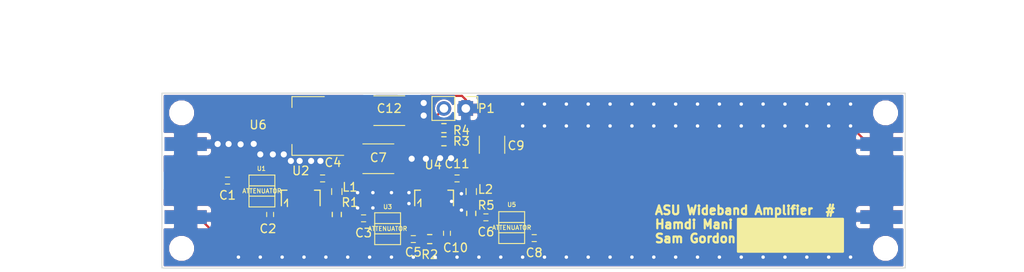
<source format=kicad_pcb>
(kicad_pcb (version 4) (host pcbnew 4.0.5)

  (general
    (links 56)
    (no_connects 0)
    (area 54.328287 74.77 175.414715 107.699)
    (thickness 1.6)
    (drawings 9)
    (tracks 290)
    (zones 0)
    (modules 32)
    (nets 20)
  )

  (page A4)
  (layers
    (0 Top signal)
    (31 Bottom signal)
    (34 B.Paste user)
    (35 F.Paste user)
    (36 B.SilkS user)
    (37 F.SilkS user)
    (38 B.Mask user)
    (39 F.Mask user)
    (40 Dwgs.User user)
    (44 Edge.Cuts user)
  )

  (setup
    (last_trace_width 0.254)
    (user_trace_width 0.254)
    (user_trace_width 0.508)
    (user_trace_width 0.8128)
    (trace_clearance 0.2)
    (zone_clearance 0.1524)
    (zone_45_only no)
    (trace_min 0.2)
    (segment_width 0.2)
    (edge_width 0.1)
    (via_size 0.6)
    (via_drill 0.4)
    (via_min_size 0.4)
    (via_min_drill 0.3)
    (user_via 0.762 0.7112)
    (uvia_size 0.3)
    (uvia_drill 0.1)
    (uvias_allowed no)
    (uvia_min_size 0.2)
    (uvia_min_drill 0.1)
    (pcb_text_width 0.3)
    (pcb_text_size 1.5 1.5)
    (mod_edge_width 0.15)
    (mod_text_size 1 1)
    (mod_text_width 0.15)
    (pad_size 1.5 1.5)
    (pad_drill 0.6)
    (pad_to_mask_clearance 0)
    (aux_axis_origin 0 0)
    (visible_elements 7FFEFFFF)
    (pcbplotparams
      (layerselection 0x00030_80000001)
      (usegerberextensions false)
      (excludeedgelayer true)
      (linewidth 0.100000)
      (plotframeref false)
      (viasonmask false)
      (mode 1)
      (useauxorigin false)
      (hpglpennumber 1)
      (hpglpenspeed 20)
      (hpglpendiameter 15)
      (hpglpenoverlay 2)
      (psnegative false)
      (psa4output false)
      (plotreference true)
      (plotvalue true)
      (plotinvisibletext false)
      (padsonsilk false)
      (subtractmaskfromsilk false)
      (outputformat 1)
      (mirror false)
      (drillshape 1)
      (scaleselection 1)
      (outputdirectory ""))
  )

  (net 0 "")
  (net 1 "Net-(C1-Pad1)")
  (net 2 "Net-(C1-Pad2)")
  (net 3 "Net-(C2-Pad1)")
  (net 4 "Net-(C2-Pad2)")
  (net 5 "Net-(C3-Pad1)")
  (net 6 "Net-(C3-Pad2)")
  (net 7 GND)
  (net 8 /Vbias)
  (net 9 "Net-(C5-Pad1)")
  (net 10 "Net-(C5-Pad2)")
  (net 11 "Net-(C6-Pad1)")
  (net 12 "Net-(C10-Pad1)")
  (net 13 "Net-(C8-Pad1)")
  (net 14 "Net-(C8-Pad2)")
  (net 15 "Net-(C10-Pad2)")
  (net 16 "Net-(L1-Pad1)")
  (net 17 "Net-(L2-Pad1)")
  (net 18 "Net-(C7-Pad2)")
  (net 19 "Net-(C12-Pad2)")

  (net_class Default "This is the default net class."
    (clearance 0.2)
    (trace_width 0.25)
    (via_dia 0.6)
    (via_drill 0.4)
    (uvia_dia 0.3)
    (uvia_drill 0.1)
    (add_net /Vbias)
    (add_net GND)
    (add_net "Net-(C1-Pad1)")
    (add_net "Net-(C1-Pad2)")
    (add_net "Net-(C10-Pad1)")
    (add_net "Net-(C10-Pad2)")
    (add_net "Net-(C12-Pad2)")
    (add_net "Net-(C2-Pad1)")
    (add_net "Net-(C2-Pad2)")
    (add_net "Net-(C3-Pad1)")
    (add_net "Net-(C3-Pad2)")
    (add_net "Net-(C5-Pad1)")
    (add_net "Net-(C5-Pad2)")
    (add_net "Net-(C6-Pad1)")
    (add_net "Net-(C7-Pad2)")
    (add_net "Net-(C8-Pad1)")
    (add_net "Net-(C8-Pad2)")
    (add_net "Net-(L1-Pad1)")
    (add_net "Net-(L2-Pad1)")
  )

  (module Capacitors_SMD:C_0201 placed (layer Top) (tedit 5415D524) (tstamp 58895302)
    (at 80.01 95.25 180)
    (descr "Capacitor SMD 0201, reflow soldering, AVX (see smccp.pdf)")
    (tags "capacitor 0201")
    (path /588929BE)
    (attr smd)
    (fp_text reference C1 (at 0 -1.7 180) (layer F.SilkS)
      (effects (font (size 1 1) (thickness 0.15)))
    )
    (fp_text value 100pF (at 0 1.7 180) (layer F.Fab)
      (effects (font (size 1 1) (thickness 0.15)))
    )
    (fp_line (start -0.3 0.15) (end -0.3 -0.15) (layer F.Fab) (width 0.1))
    (fp_line (start 0.3 0.15) (end -0.3 0.15) (layer F.Fab) (width 0.1))
    (fp_line (start 0.3 -0.15) (end 0.3 0.15) (layer F.Fab) (width 0.1))
    (fp_line (start -0.3 -0.15) (end 0.3 -0.15) (layer F.Fab) (width 0.1))
    (fp_line (start -0.7 -0.55) (end 0.7 -0.55) (layer F.CrtYd) (width 0.05))
    (fp_line (start -0.7 0.55) (end 0.7 0.55) (layer F.CrtYd) (width 0.05))
    (fp_line (start -0.7 -0.55) (end -0.7 0.55) (layer F.CrtYd) (width 0.05))
    (fp_line (start 0.7 -0.55) (end 0.7 0.55) (layer F.CrtYd) (width 0.05))
    (fp_line (start 0.25 0.4) (end -0.25 0.4) (layer F.SilkS) (width 0.12))
    (fp_line (start -0.25 -0.4) (end 0.25 -0.4) (layer F.SilkS) (width 0.12))
    (pad 1 smd rect (at -0.275 0 180) (size 0.3 0.35) (layers Top F.Paste F.Mask)
      (net 1 "Net-(C1-Pad1)"))
    (pad 2 smd rect (at 0.275 0 180) (size 0.3 0.35) (layers Top F.Paste F.Mask)
      (net 2 "Net-(C1-Pad2)"))
    (model Capacitors_SMD.3dshapes/C_0201.wrl
      (at (xyz 0 0 0))
      (scale (xyz 1 1 1))
      (rotate (xyz 0 0 0))
    )
  )

  (module Capacitors_SMD:C_0201 placed (layer Top) (tedit 588A8FE7) (tstamp 58895312)
    (at 84.963 99.187 90)
    (descr "Capacitor SMD 0201, reflow soldering, AVX (see smccp.pdf)")
    (tags "capacitor 0201")
    (path /588296CC)
    (attr smd)
    (fp_text reference C2 (at -1.651 -0.254 180) (layer F.SilkS)
      (effects (font (size 1 1) (thickness 0.15)))
    )
    (fp_text value 100pF (at 0 1.7 90) (layer F.Fab)
      (effects (font (size 1 1) (thickness 0.15)))
    )
    (fp_line (start -0.3 0.15) (end -0.3 -0.15) (layer F.Fab) (width 0.1))
    (fp_line (start 0.3 0.15) (end -0.3 0.15) (layer F.Fab) (width 0.1))
    (fp_line (start 0.3 -0.15) (end 0.3 0.15) (layer F.Fab) (width 0.1))
    (fp_line (start -0.3 -0.15) (end 0.3 -0.15) (layer F.Fab) (width 0.1))
    (fp_line (start -0.7 -0.55) (end 0.7 -0.55) (layer F.CrtYd) (width 0.05))
    (fp_line (start -0.7 0.55) (end 0.7 0.55) (layer F.CrtYd) (width 0.05))
    (fp_line (start -0.7 -0.55) (end -0.7 0.55) (layer F.CrtYd) (width 0.05))
    (fp_line (start 0.7 -0.55) (end 0.7 0.55) (layer F.CrtYd) (width 0.05))
    (fp_line (start 0.25 0.4) (end -0.25 0.4) (layer F.SilkS) (width 0.12))
    (fp_line (start -0.25 -0.4) (end 0.25 -0.4) (layer F.SilkS) (width 0.12))
    (pad 1 smd rect (at -0.275 0 90) (size 0.3 0.35) (layers Top F.Paste F.Mask)
      (net 3 "Net-(C2-Pad1)"))
    (pad 2 smd rect (at 0.275 0 90) (size 0.3 0.35) (layers Top F.Paste F.Mask)
      (net 4 "Net-(C2-Pad2)"))
    (model Capacitors_SMD.3dshapes/C_0201.wrl
      (at (xyz 0 0 0))
      (scale (xyz 1 1 1))
      (rotate (xyz 0 0 0))
    )
  )

  (module Capacitors_SMD:C_0201 placed (layer Top) (tedit 5415D524) (tstamp 58895322)
    (at 95.8215 99.6315 180)
    (descr "Capacitor SMD 0201, reflow soldering, AVX (see smccp.pdf)")
    (tags "capacitor 0201")
    (path /58836084)
    (attr smd)
    (fp_text reference C3 (at 0 -1.7 180) (layer F.SilkS)
      (effects (font (size 1 1) (thickness 0.15)))
    )
    (fp_text value 100pF (at 0 1.7 180) (layer F.Fab)
      (effects (font (size 1 1) (thickness 0.15)))
    )
    (fp_line (start -0.3 0.15) (end -0.3 -0.15) (layer F.Fab) (width 0.1))
    (fp_line (start 0.3 0.15) (end -0.3 0.15) (layer F.Fab) (width 0.1))
    (fp_line (start 0.3 -0.15) (end 0.3 0.15) (layer F.Fab) (width 0.1))
    (fp_line (start -0.3 -0.15) (end 0.3 -0.15) (layer F.Fab) (width 0.1))
    (fp_line (start -0.7 -0.55) (end 0.7 -0.55) (layer F.CrtYd) (width 0.05))
    (fp_line (start -0.7 0.55) (end 0.7 0.55) (layer F.CrtYd) (width 0.05))
    (fp_line (start -0.7 -0.55) (end -0.7 0.55) (layer F.CrtYd) (width 0.05))
    (fp_line (start 0.7 -0.55) (end 0.7 0.55) (layer F.CrtYd) (width 0.05))
    (fp_line (start 0.25 0.4) (end -0.25 0.4) (layer F.SilkS) (width 0.12))
    (fp_line (start -0.25 -0.4) (end 0.25 -0.4) (layer F.SilkS) (width 0.12))
    (pad 1 smd rect (at -0.275 0 180) (size 0.3 0.35) (layers Top F.Paste F.Mask)
      (net 5 "Net-(C3-Pad1)"))
    (pad 2 smd rect (at 0.275 0 180) (size 0.3 0.35) (layers Top F.Paste F.Mask)
      (net 6 "Net-(C3-Pad2)"))
    (model Capacitors_SMD.3dshapes/C_0201.wrl
      (at (xyz 0 0 0))
      (scale (xyz 1 1 1))
      (rotate (xyz 0 0 0))
    )
  )

  (module Capacitors_SMD:C_0201 placed (layer Top) (tedit 588A9631) (tstamp 58895332)
    (at 91.059 94.996)
    (descr "Capacitor SMD 0201, reflow soldering, AVX (see smccp.pdf)")
    (tags "capacitor 0201")
    (path /5883D438)
    (attr smd)
    (fp_text reference C4 (at 1.2065 -1.8415) (layer F.SilkS)
      (effects (font (size 1 1) (thickness 0.15)))
    )
    (fp_text value 20pF (at 0 1.7) (layer F.Fab)
      (effects (font (size 1 1) (thickness 0.15)))
    )
    (fp_line (start -0.3 0.15) (end -0.3 -0.15) (layer F.Fab) (width 0.1))
    (fp_line (start 0.3 0.15) (end -0.3 0.15) (layer F.Fab) (width 0.1))
    (fp_line (start 0.3 -0.15) (end 0.3 0.15) (layer F.Fab) (width 0.1))
    (fp_line (start -0.3 -0.15) (end 0.3 -0.15) (layer F.Fab) (width 0.1))
    (fp_line (start -0.7 -0.55) (end 0.7 -0.55) (layer F.CrtYd) (width 0.05))
    (fp_line (start -0.7 0.55) (end 0.7 0.55) (layer F.CrtYd) (width 0.05))
    (fp_line (start -0.7 -0.55) (end -0.7 0.55) (layer F.CrtYd) (width 0.05))
    (fp_line (start 0.7 -0.55) (end 0.7 0.55) (layer F.CrtYd) (width 0.05))
    (fp_line (start 0.25 0.4) (end -0.25 0.4) (layer F.SilkS) (width 0.12))
    (fp_line (start -0.25 -0.4) (end 0.25 -0.4) (layer F.SilkS) (width 0.12))
    (pad 1 smd rect (at -0.275 0) (size 0.3 0.35) (layers Top F.Paste F.Mask)
      (net 7 GND))
    (pad 2 smd rect (at 0.275 0) (size 0.3 0.35) (layers Top F.Paste F.Mask)
      (net 8 /Vbias))
    (model Capacitors_SMD.3dshapes/C_0201.wrl
      (at (xyz 0 0 0))
      (scale (xyz 1 1 1))
      (rotate (xyz 0 0 0))
    )
  )

  (module Capacitors_SMD:C_0201 placed (layer Top) (tedit 588A3677) (tstamp 58895342)
    (at 101.6 102.0445 180)
    (descr "Capacitor SMD 0201, reflow soldering, AVX (see smccp.pdf)")
    (tags "capacitor 0201")
    (path /588369FC)
    (attr smd)
    (fp_text reference C5 (at 0 -1.524 180) (layer F.SilkS)
      (effects (font (size 1 1) (thickness 0.15)))
    )
    (fp_text value 100pF (at 0 1.7 180) (layer F.Fab)
      (effects (font (size 1 1) (thickness 0.15)))
    )
    (fp_line (start -0.3 0.15) (end -0.3 -0.15) (layer F.Fab) (width 0.1))
    (fp_line (start 0.3 0.15) (end -0.3 0.15) (layer F.Fab) (width 0.1))
    (fp_line (start 0.3 -0.15) (end 0.3 0.15) (layer F.Fab) (width 0.1))
    (fp_line (start -0.3 -0.15) (end 0.3 -0.15) (layer F.Fab) (width 0.1))
    (fp_line (start -0.7 -0.55) (end 0.7 -0.55) (layer F.CrtYd) (width 0.05))
    (fp_line (start -0.7 0.55) (end 0.7 0.55) (layer F.CrtYd) (width 0.05))
    (fp_line (start -0.7 -0.55) (end -0.7 0.55) (layer F.CrtYd) (width 0.05))
    (fp_line (start 0.7 -0.55) (end 0.7 0.55) (layer F.CrtYd) (width 0.05))
    (fp_line (start 0.25 0.4) (end -0.25 0.4) (layer F.SilkS) (width 0.12))
    (fp_line (start -0.25 -0.4) (end 0.25 -0.4) (layer F.SilkS) (width 0.12))
    (pad 1 smd rect (at -0.275 0 180) (size 0.3 0.35) (layers Top F.Paste F.Mask)
      (net 9 "Net-(C5-Pad1)"))
    (pad 2 smd rect (at 0.275 0 180) (size 0.3 0.35) (layers Top F.Paste F.Mask)
      (net 10 "Net-(C5-Pad2)"))
    (model Capacitors_SMD.3dshapes/C_0201.wrl
      (at (xyz 0 0 0))
      (scale (xyz 1 1 1))
      (rotate (xyz 0 0 0))
    )
  )

  (module Capacitors_SMD:C_0201 placed (layer Top) (tedit 5415D524) (tstamp 58895352)
    (at 110.0328 99.5172 180)
    (descr "Capacitor SMD 0201, reflow soldering, AVX (see smccp.pdf)")
    (tags "capacitor 0201")
    (path /58835E77)
    (attr smd)
    (fp_text reference C6 (at 0 -1.7 180) (layer F.SilkS)
      (effects (font (size 1 1) (thickness 0.15)))
    )
    (fp_text value 100pF (at 0 1.7 180) (layer F.Fab)
      (effects (font (size 1 1) (thickness 0.15)))
    )
    (fp_line (start -0.3 0.15) (end -0.3 -0.15) (layer F.Fab) (width 0.1))
    (fp_line (start 0.3 0.15) (end -0.3 0.15) (layer F.Fab) (width 0.1))
    (fp_line (start 0.3 -0.15) (end 0.3 0.15) (layer F.Fab) (width 0.1))
    (fp_line (start -0.3 -0.15) (end 0.3 -0.15) (layer F.Fab) (width 0.1))
    (fp_line (start -0.7 -0.55) (end 0.7 -0.55) (layer F.CrtYd) (width 0.05))
    (fp_line (start -0.7 0.55) (end 0.7 0.55) (layer F.CrtYd) (width 0.05))
    (fp_line (start -0.7 -0.55) (end -0.7 0.55) (layer F.CrtYd) (width 0.05))
    (fp_line (start 0.7 -0.55) (end 0.7 0.55) (layer F.CrtYd) (width 0.05))
    (fp_line (start 0.25 0.4) (end -0.25 0.4) (layer F.SilkS) (width 0.12))
    (fp_line (start -0.25 -0.4) (end 0.25 -0.4) (layer F.SilkS) (width 0.12))
    (pad 1 smd rect (at -0.275 0 180) (size 0.3 0.35) (layers Top F.Paste F.Mask)
      (net 11 "Net-(C6-Pad1)"))
    (pad 2 smd rect (at 0.275 0 180) (size 0.3 0.35) (layers Top F.Paste F.Mask)
      (net 12 "Net-(C10-Pad1)"))
    (model Capacitors_SMD.3dshapes/C_0201.wrl
      (at (xyz 0 0 0))
      (scale (xyz 1 1 1))
      (rotate (xyz 0 0 0))
    )
  )

  (module Capacitors_SMD:C_0201 placed (layer Top) (tedit 5415D524) (tstamp 58895372)
    (at 115.6462 101.9302 180)
    (descr "Capacitor SMD 0201, reflow soldering, AVX (see smccp.pdf)")
    (tags "capacitor 0201")
    (path /58895D77)
    (attr smd)
    (fp_text reference C8 (at 0 -1.7 180) (layer F.SilkS)
      (effects (font (size 1 1) (thickness 0.15)))
    )
    (fp_text value 100pF (at 0 1.7 180) (layer F.Fab)
      (effects (font (size 1 1) (thickness 0.15)))
    )
    (fp_line (start -0.3 0.15) (end -0.3 -0.15) (layer F.Fab) (width 0.1))
    (fp_line (start 0.3 0.15) (end -0.3 0.15) (layer F.Fab) (width 0.1))
    (fp_line (start 0.3 -0.15) (end 0.3 0.15) (layer F.Fab) (width 0.1))
    (fp_line (start -0.3 -0.15) (end 0.3 -0.15) (layer F.Fab) (width 0.1))
    (fp_line (start -0.7 -0.55) (end 0.7 -0.55) (layer F.CrtYd) (width 0.05))
    (fp_line (start -0.7 0.55) (end 0.7 0.55) (layer F.CrtYd) (width 0.05))
    (fp_line (start -0.7 -0.55) (end -0.7 0.55) (layer F.CrtYd) (width 0.05))
    (fp_line (start 0.7 -0.55) (end 0.7 0.55) (layer F.CrtYd) (width 0.05))
    (fp_line (start 0.25 0.4) (end -0.25 0.4) (layer F.SilkS) (width 0.12))
    (fp_line (start -0.25 -0.4) (end 0.25 -0.4) (layer F.SilkS) (width 0.12))
    (pad 1 smd rect (at -0.275 0 180) (size 0.3 0.35) (layers Top F.Paste F.Mask)
      (net 13 "Net-(C8-Pad1)"))
    (pad 2 smd rect (at 0.275 0 180) (size 0.3 0.35) (layers Top F.Paste F.Mask)
      (net 14 "Net-(C8-Pad2)"))
    (model Capacitors_SMD.3dshapes/C_0201.wrl
      (at (xyz 0 0 0))
      (scale (xyz 1 1 1))
      (rotate (xyz 0 0 0))
    )
  )

  (module Capacitors_SMD:C_1210 placed (layer Top) (tedit 588A94C4) (tstamp 58895382)
    (at 110.744 91.0844 270)
    (descr "Capacitor SMD 1210, reflow soldering, AVX (see smccp.pdf)")
    (tags "capacitor 1210")
    (path /5889D36F)
    (attr smd)
    (fp_text reference C9 (at 0.1016 -2.794 360) (layer F.SilkS)
      (effects (font (size 1 1) (thickness 0.15)))
    )
    (fp_text value 100uF (at 0 2.7 270) (layer F.Fab)
      (effects (font (size 1 1) (thickness 0.15)))
    )
    (fp_line (start -1.6 1.25) (end -1.6 -1.25) (layer F.Fab) (width 0.1))
    (fp_line (start 1.6 1.25) (end -1.6 1.25) (layer F.Fab) (width 0.1))
    (fp_line (start 1.6 -1.25) (end 1.6 1.25) (layer F.Fab) (width 0.1))
    (fp_line (start -1.6 -1.25) (end 1.6 -1.25) (layer F.Fab) (width 0.1))
    (fp_line (start -2.3 -1.6) (end 2.3 -1.6) (layer F.CrtYd) (width 0.05))
    (fp_line (start -2.3 1.6) (end 2.3 1.6) (layer F.CrtYd) (width 0.05))
    (fp_line (start -2.3 -1.6) (end -2.3 1.6) (layer F.CrtYd) (width 0.05))
    (fp_line (start 2.3 -1.6) (end 2.3 1.6) (layer F.CrtYd) (width 0.05))
    (fp_line (start 1 -1.475) (end -1 -1.475) (layer F.SilkS) (width 0.12))
    (fp_line (start -1 1.475) (end 1 1.475) (layer F.SilkS) (width 0.12))
    (pad 1 smd rect (at -1.5 0 270) (size 1 2.5) (layers Top F.Paste F.Mask)
      (net 7 GND))
    (pad 2 smd rect (at 1.5 0 270) (size 1 2.5) (layers Top F.Paste F.Mask)
      (net 8 /Vbias))
    (model Capacitors_SMD.3dshapes/C_1210.wrl
      (at (xyz 0 0 0))
      (scale (xyz 1 1 1))
      (rotate (xyz 0 0 0))
    )
  )

  (module Capacitors_SMD:C_0201 placed (layer Top) (tedit 588A9266) (tstamp 58895392)
    (at 105.5116 101.3714 270)
    (descr "Capacitor SMD 0201, reflow soldering, AVX (see smccp.pdf)")
    (tags "capacitor 0201")
    (path /5889655D)
    (attr smd)
    (fp_text reference C10 (at 1.6764 -0.9906 360) (layer F.SilkS)
      (effects (font (size 1 1) (thickness 0.15)))
    )
    (fp_text value 100pF (at 0 1.7 270) (layer F.Fab)
      (effects (font (size 1 1) (thickness 0.15)))
    )
    (fp_line (start -0.3 0.15) (end -0.3 -0.15) (layer F.Fab) (width 0.1))
    (fp_line (start 0.3 0.15) (end -0.3 0.15) (layer F.Fab) (width 0.1))
    (fp_line (start 0.3 -0.15) (end 0.3 0.15) (layer F.Fab) (width 0.1))
    (fp_line (start -0.3 -0.15) (end 0.3 -0.15) (layer F.Fab) (width 0.1))
    (fp_line (start -0.7 -0.55) (end 0.7 -0.55) (layer F.CrtYd) (width 0.05))
    (fp_line (start -0.7 0.55) (end 0.7 0.55) (layer F.CrtYd) (width 0.05))
    (fp_line (start -0.7 -0.55) (end -0.7 0.55) (layer F.CrtYd) (width 0.05))
    (fp_line (start 0.7 -0.55) (end 0.7 0.55) (layer F.CrtYd) (width 0.05))
    (fp_line (start 0.25 0.4) (end -0.25 0.4) (layer F.SilkS) (width 0.12))
    (fp_line (start -0.25 -0.4) (end 0.25 -0.4) (layer F.SilkS) (width 0.12))
    (pad 1 smd rect (at -0.275 0 270) (size 0.3 0.35) (layers Top F.Paste F.Mask)
      (net 12 "Net-(C10-Pad1)"))
    (pad 2 smd rect (at 0.275 0 270) (size 0.3 0.35) (layers Top F.Paste F.Mask)
      (net 15 "Net-(C10-Pad2)"))
    (model Capacitors_SMD.3dshapes/C_0201.wrl
      (at (xyz 0 0 0))
      (scale (xyz 1 1 1))
      (rotate (xyz 0 0 0))
    )
  )

  (module Capacitors_SMD:C_0201 placed (layer Top) (tedit 5415D524) (tstamp 588953A2)
    (at 106.68 94.996)
    (descr "Capacitor SMD 0201, reflow soldering, AVX (see smccp.pdf)")
    (tags "capacitor 0201")
    (path /5889AC48)
    (attr smd)
    (fp_text reference C11 (at 0 -1.7) (layer F.SilkS)
      (effects (font (size 1 1) (thickness 0.15)))
    )
    (fp_text value 20pF (at 0 1.7) (layer F.Fab)
      (effects (font (size 1 1) (thickness 0.15)))
    )
    (fp_line (start -0.3 0.15) (end -0.3 -0.15) (layer F.Fab) (width 0.1))
    (fp_line (start 0.3 0.15) (end -0.3 0.15) (layer F.Fab) (width 0.1))
    (fp_line (start 0.3 -0.15) (end 0.3 0.15) (layer F.Fab) (width 0.1))
    (fp_line (start -0.3 -0.15) (end 0.3 -0.15) (layer F.Fab) (width 0.1))
    (fp_line (start -0.7 -0.55) (end 0.7 -0.55) (layer F.CrtYd) (width 0.05))
    (fp_line (start -0.7 0.55) (end 0.7 0.55) (layer F.CrtYd) (width 0.05))
    (fp_line (start -0.7 -0.55) (end -0.7 0.55) (layer F.CrtYd) (width 0.05))
    (fp_line (start 0.7 -0.55) (end 0.7 0.55) (layer F.CrtYd) (width 0.05))
    (fp_line (start 0.25 0.4) (end -0.25 0.4) (layer F.SilkS) (width 0.12))
    (fp_line (start -0.25 -0.4) (end 0.25 -0.4) (layer F.SilkS) (width 0.12))
    (pad 1 smd rect (at -0.275 0) (size 0.3 0.35) (layers Top F.Paste F.Mask)
      (net 7 GND))
    (pad 2 smd rect (at 0.275 0) (size 0.3 0.35) (layers Top F.Paste F.Mask)
      (net 8 /Vbias))
    (model Capacitors_SMD.3dshapes/C_0201.wrl
      (at (xyz 0 0 0))
      (scale (xyz 1 1 1))
      (rotate (xyz 0 0 0))
    )
  )

  (module Capacitors_SMD:C_1812 placed (layer Top) (tedit 588A902F) (tstamp 588953B2)
    (at 98.806 87.122 180)
    (descr "Capacitor SMD 1812, reflow soldering, AVX (see smccp.pdf)")
    (tags "capacitor 1812")
    (path /588A01A1)
    (attr smd)
    (fp_text reference C12 (at 0 0.254 180) (layer F.SilkS)
      (effects (font (size 1 1) (thickness 0.15)))
    )
    (fp_text value 10uF (at 0 3 180) (layer F.Fab)
      (effects (font (size 1 1) (thickness 0.15)))
    )
    (fp_line (start -2.25 1.6) (end -2.25 -1.6) (layer F.Fab) (width 0.1))
    (fp_line (start 2.25 1.6) (end -2.25 1.6) (layer F.Fab) (width 0.1))
    (fp_line (start 2.25 -1.6) (end 2.25 1.6) (layer F.Fab) (width 0.1))
    (fp_line (start -2.25 -1.6) (end 2.25 -1.6) (layer F.Fab) (width 0.1))
    (fp_line (start -3.1 -1.85) (end 3.1 -1.85) (layer F.CrtYd) (width 0.05))
    (fp_line (start -3.1 1.85) (end 3.1 1.85) (layer F.CrtYd) (width 0.05))
    (fp_line (start -3.1 -1.85) (end -3.1 1.85) (layer F.CrtYd) (width 0.05))
    (fp_line (start 3.1 -1.85) (end 3.1 1.85) (layer F.CrtYd) (width 0.05))
    (fp_line (start 1.8 -1.725) (end -1.8 -1.725) (layer F.SilkS) (width 0.12))
    (fp_line (start -1.8 1.725) (end 1.8 1.725) (layer F.SilkS) (width 0.12))
    (pad 1 smd rect (at -2.3 0 180) (size 1 3) (layers Top F.Paste F.Mask)
      (net 7 GND))
    (pad 2 smd rect (at 2.3 0 180) (size 1 3) (layers Top F.Paste F.Mask)
      (net 19 "Net-(C12-Pad2)"))
    (model Capacitors_SMD.3dshapes/C_1812.wrl
      (at (xyz 0 0 0))
      (scale (xyz 1 1 1))
      (rotate (xyz 0 0 0))
    )
  )

  (module SMA_Edge_Amphenol:SMA_Edge_Amphenol placed (layer Top) (tedit 588BDAC9) (tstamp 588953BB)
    (at 72.39 95.25)
    (path /5882C9AA)
    (fp_text reference "" (at -2.286 -5.207) (layer F.SilkS)
      (effects (font (size 1 1) (thickness 0.15)))
    )
    (fp_text value "" (at 0 -7.874) (layer F.SilkS)
      (effects (font (size 1 1) (thickness 0.15)))
    )
    (pad 1 smd rect (at 1.2827 0) (size 2.0574 1.4986) (layers Top F.Paste F.Mask)
      (net 2 "Net-(C1-Pad2)"))
    (pad 2 smd rect (at 2.7559 4.2418) (size 4.9022 1.6002) (layers Top F.Paste F.Mask)
      (net 7 GND))
    (pad 3 smd rect (at 2.7559 -4.2418) (size 4.9022 1.6002) (layers Top F.Paste F.Mask)
      (net 7 GND))
    (pad 4 smd rect (at 2.7559 4.2418) (size 4.9022 1.6002) (layers Bottom F.Paste F.Mask)
      (net 7 GND))
    (pad 5 smd rect (at 2.7559 -4.2418) (size 4.9022 1.6002) (layers Bottom F.Paste F.Mask)
      (net 7 GND))
  )

  (module SMA_Edge_Amphenol:SMA_Edge_Amphenol placed (layer Top) (tedit 588BDABE) (tstamp 588953C4)
    (at 158.75 95.25 180)
    (path /58833EB6)
    (fp_text reference "" (at -3.175 6.223 180) (layer F.SilkS)
      (effects (font (size 1 1) (thickness 0.15)))
    )
    (fp_text value "" (at 0 -7.874 180) (layer F.SilkS)
      (effects (font (size 1 1) (thickness 0.15)))
    )
    (pad 1 smd rect (at 1.2827 0 180) (size 2.0574 1.4986) (layers Top F.Paste F.Mask)
      (net 13 "Net-(C8-Pad1)"))
    (pad 2 smd rect (at 2.7559 4.2418 180) (size 4.9022 1.6002) (layers Top F.Paste F.Mask)
      (net 7 GND))
    (pad 3 smd rect (at 2.7559 -4.2418 180) (size 4.9022 1.6002) (layers Top F.Paste F.Mask)
      (net 7 GND))
    (pad 4 smd rect (at 2.7559 4.2418 180) (size 4.9022 1.6002) (layers Bottom F.Paste F.Mask)
      (net 7 GND))
    (pad 5 smd rect (at 2.7559 -4.2418 180) (size 4.9022 1.6002) (layers Bottom F.Paste F.Mask)
      (net 7 GND))
  )

  (module Capacitors_SMD:C_0603 placed (layer Top) (tedit 588A9015) (tstamp 588953D4)
    (at 92.71 96.52 90)
    (descr "Capacitor SMD 0603, reflow soldering, AVX (see smccp.pdf)")
    (tags "capacitor 0603")
    (path /5883BF53)
    (attr smd)
    (fp_text reference L1 (at 0.508 1.524 180) (layer F.SilkS)
      (effects (font (size 1 1) (thickness 0.15)))
    )
    (fp_text value 1000nH (at 0 1.9 90) (layer F.Fab)
      (effects (font (size 1 1) (thickness 0.15)))
    )
    (fp_line (start -0.8 0.4) (end -0.8 -0.4) (layer F.Fab) (width 0.1))
    (fp_line (start 0.8 0.4) (end -0.8 0.4) (layer F.Fab) (width 0.1))
    (fp_line (start 0.8 -0.4) (end 0.8 0.4) (layer F.Fab) (width 0.1))
    (fp_line (start -0.8 -0.4) (end 0.8 -0.4) (layer F.Fab) (width 0.1))
    (fp_line (start -1.45 -0.75) (end 1.45 -0.75) (layer F.CrtYd) (width 0.05))
    (fp_line (start -1.45 0.75) (end 1.45 0.75) (layer F.CrtYd) (width 0.05))
    (fp_line (start -1.45 -0.75) (end -1.45 0.75) (layer F.CrtYd) (width 0.05))
    (fp_line (start 1.45 -0.75) (end 1.45 0.75) (layer F.CrtYd) (width 0.05))
    (fp_line (start -0.35 -0.6) (end 0.35 -0.6) (layer F.SilkS) (width 0.12))
    (fp_line (start 0.35 0.6) (end -0.35 0.6) (layer F.SilkS) (width 0.12))
    (pad 1 smd rect (at -0.75 0 90) (size 0.8 0.75) (layers Top F.Paste F.Mask)
      (net 16 "Net-(L1-Pad1)"))
    (pad 2 smd rect (at 0.75 0 90) (size 0.8 0.75) (layers Top F.Paste F.Mask)
      (net 8 /Vbias))
    (model Capacitors_SMD.3dshapes/C_0603.wrl
      (at (xyz 0 0 0))
      (scale (xyz 1 1 1))
      (rotate (xyz 0 0 0))
    )
  )

  (module Capacitors_SMD:C_0603 placed (layer Top) (tedit 588A94D5) (tstamp 588953E4)
    (at 108.331 96.52 90)
    (descr "Capacitor SMD 0603, reflow soldering, AVX (see smccp.pdf)")
    (tags "capacitor 0603")
    (path /5889AC42)
    (attr smd)
    (fp_text reference L2 (at 0.254 1.651 180) (layer F.SilkS)
      (effects (font (size 1 1) (thickness 0.15)))
    )
    (fp_text value 1000nH (at 0 1.9 90) (layer F.Fab)
      (effects (font (size 1 1) (thickness 0.15)))
    )
    (fp_line (start -0.8 0.4) (end -0.8 -0.4) (layer F.Fab) (width 0.1))
    (fp_line (start 0.8 0.4) (end -0.8 0.4) (layer F.Fab) (width 0.1))
    (fp_line (start 0.8 -0.4) (end 0.8 0.4) (layer F.Fab) (width 0.1))
    (fp_line (start -0.8 -0.4) (end 0.8 -0.4) (layer F.Fab) (width 0.1))
    (fp_line (start -1.45 -0.75) (end 1.45 -0.75) (layer F.CrtYd) (width 0.05))
    (fp_line (start -1.45 0.75) (end 1.45 0.75) (layer F.CrtYd) (width 0.05))
    (fp_line (start -1.45 -0.75) (end -1.45 0.75) (layer F.CrtYd) (width 0.05))
    (fp_line (start 1.45 -0.75) (end 1.45 0.75) (layer F.CrtYd) (width 0.05))
    (fp_line (start -0.35 -0.6) (end 0.35 -0.6) (layer F.SilkS) (width 0.12))
    (fp_line (start 0.35 0.6) (end -0.35 0.6) (layer F.SilkS) (width 0.12))
    (pad 1 smd rect (at -0.75 0 90) (size 0.8 0.75) (layers Top F.Paste F.Mask)
      (net 17 "Net-(L2-Pad1)"))
    (pad 2 smd rect (at 0.75 0 90) (size 0.8 0.75) (layers Top F.Paste F.Mask)
      (net 8 /Vbias))
    (model Capacitors_SMD.3dshapes/C_0603.wrl
      (at (xyz 0 0 0))
      (scale (xyz 1 1 1))
      (rotate (xyz 0 0 0))
    )
  )

  (module Pin_Headers:Pin_Header_Straight_1x02_Pitch2.54mm placed (layer Top) (tedit 588A8F09) (tstamp 588953F8)
    (at 107.696 86.868 270)
    (descr "Through hole straight pin header, 1x02, 2.54mm pitch, single row")
    (tags "Through hole pin header THT 1x02 2.54mm single row")
    (path /588689AD)
    (fp_text reference P1 (at 0 -2.39 360) (layer F.SilkS)
      (effects (font (size 1 1) (thickness 0.15)))
    )
    (fp_text value CONN_01X02 (at 0 4.93 270) (layer F.Fab)
      (effects (font (size 1 1) (thickness 0.15)))
    )
    (fp_line (start -1.27 -1.27) (end -1.27 3.81) (layer F.Fab) (width 0.1))
    (fp_line (start -1.27 3.81) (end 1.27 3.81) (layer F.Fab) (width 0.1))
    (fp_line (start 1.27 3.81) (end 1.27 -1.27) (layer F.Fab) (width 0.1))
    (fp_line (start 1.27 -1.27) (end -1.27 -1.27) (layer F.Fab) (width 0.1))
    (fp_line (start -1.39 1.27) (end -1.39 3.93) (layer F.SilkS) (width 0.12))
    (fp_line (start -1.39 3.93) (end 1.39 3.93) (layer F.SilkS) (width 0.12))
    (fp_line (start 1.39 3.93) (end 1.39 1.27) (layer F.SilkS) (width 0.12))
    (fp_line (start 1.39 1.27) (end -1.39 1.27) (layer F.SilkS) (width 0.12))
    (fp_line (start -1.39 0) (end -1.39 -1.39) (layer F.SilkS) (width 0.12))
    (fp_line (start -1.39 -1.39) (end 0 -1.39) (layer F.SilkS) (width 0.12))
    (fp_line (start -1.6 -1.6) (end -1.6 4.1) (layer F.CrtYd) (width 0.05))
    (fp_line (start -1.6 4.1) (end 1.6 4.1) (layer F.CrtYd) (width 0.05))
    (fp_line (start 1.6 4.1) (end 1.6 -1.6) (layer F.CrtYd) (width 0.05))
    (fp_line (start 1.6 -1.6) (end -1.6 -1.6) (layer F.CrtYd) (width 0.05))
    (pad 1 thru_hole rect (at 0 0 270) (size 1.7 1.7) (drill 1) (layers *.Cu *.Mask)
      (net 7 GND))
    (pad 2 thru_hole oval (at 0 2.54 270) (size 1.7 1.7) (drill 1) (layers *.Cu *.Mask)
      (net 19 "Net-(C12-Pad2)"))
    (model Pin_Headers.3dshapes/Pin_Header_Straight_1x02_Pitch2.54mm.wrl
      (at (xyz 0 -0.05 0))
      (scale (xyz 1 1 1))
      (rotate (xyz 0 0 90))
    )
  )

  (module Resistors_SMD:R_0402 placed (layer Top) (tedit 588A94DE) (tstamp 58895408)
    (at 92.71 99.187 270)
    (descr "Resistor SMD 0402, reflow soldering, Vishay (see dcrcw.pdf)")
    (tags "resistor 0402")
    (path /5883B383)
    (attr smd)
    (fp_text reference R1 (at -1.397 -1.524 360) (layer F.SilkS)
      (effects (font (size 1 1) (thickness 0.15)))
    )
    (fp_text value R (at 0 1.8 270) (layer F.Fab)
      (effects (font (size 1 1) (thickness 0.15)))
    )
    (fp_line (start -0.5 0.25) (end -0.5 -0.25) (layer F.Fab) (width 0.1))
    (fp_line (start 0.5 0.25) (end -0.5 0.25) (layer F.Fab) (width 0.1))
    (fp_line (start 0.5 -0.25) (end 0.5 0.25) (layer F.Fab) (width 0.1))
    (fp_line (start -0.5 -0.25) (end 0.5 -0.25) (layer F.Fab) (width 0.1))
    (fp_line (start -0.95 -0.65) (end 0.95 -0.65) (layer F.CrtYd) (width 0.05))
    (fp_line (start -0.95 0.65) (end 0.95 0.65) (layer F.CrtYd) (width 0.05))
    (fp_line (start -0.95 -0.65) (end -0.95 0.65) (layer F.CrtYd) (width 0.05))
    (fp_line (start 0.95 -0.65) (end 0.95 0.65) (layer F.CrtYd) (width 0.05))
    (fp_line (start 0.25 -0.525) (end -0.25 -0.525) (layer F.SilkS) (width 0.15))
    (fp_line (start -0.25 0.525) (end 0.25 0.525) (layer F.SilkS) (width 0.15))
    (pad 1 smd rect (at -0.45 0 270) (size 0.4 0.6) (layers Top F.Paste F.Mask)
      (net 16 "Net-(L1-Pad1)"))
    (pad 2 smd rect (at 0.45 0 270) (size 0.4 0.6) (layers Top F.Paste F.Mask)
      (net 6 "Net-(C3-Pad2)"))
    (model Resistors_SMD.3dshapes/R_0402.wrl
      (at (xyz 0 0 0))
      (scale (xyz 1 1 1))
      (rotate (xyz 0 0 0))
    )
  )

  (module Resistors_SMD:R_0402 placed (layer Top) (tedit 58307A8A) (tstamp 58895418)
    (at 103.505 102.0445 180)
    (descr "Resistor SMD 0402, reflow soldering, Vishay (see dcrcw.pdf)")
    (tags "resistor 0402")
    (path /5884B825)
    (attr smd)
    (fp_text reference R2 (at 0 -1.8 180) (layer F.SilkS)
      (effects (font (size 1 1) (thickness 0.15)))
    )
    (fp_text value R (at 0 1.8 180) (layer F.Fab)
      (effects (font (size 1 1) (thickness 0.15)))
    )
    (fp_line (start -0.5 0.25) (end -0.5 -0.25) (layer F.Fab) (width 0.1))
    (fp_line (start 0.5 0.25) (end -0.5 0.25) (layer F.Fab) (width 0.1))
    (fp_line (start 0.5 -0.25) (end 0.5 0.25) (layer F.Fab) (width 0.1))
    (fp_line (start -0.5 -0.25) (end 0.5 -0.25) (layer F.Fab) (width 0.1))
    (fp_line (start -0.95 -0.65) (end 0.95 -0.65) (layer F.CrtYd) (width 0.05))
    (fp_line (start -0.95 0.65) (end 0.95 0.65) (layer F.CrtYd) (width 0.05))
    (fp_line (start -0.95 -0.65) (end -0.95 0.65) (layer F.CrtYd) (width 0.05))
    (fp_line (start 0.95 -0.65) (end 0.95 0.65) (layer F.CrtYd) (width 0.05))
    (fp_line (start 0.25 -0.525) (end -0.25 -0.525) (layer F.SilkS) (width 0.15))
    (fp_line (start -0.25 0.525) (end 0.25 0.525) (layer F.SilkS) (width 0.15))
    (pad 1 smd rect (at -0.45 0 180) (size 0.4 0.6) (layers Top F.Paste F.Mask)
      (net 15 "Net-(C10-Pad2)"))
    (pad 2 smd rect (at 0.45 0 180) (size 0.4 0.6) (layers Top F.Paste F.Mask)
      (net 9 "Net-(C5-Pad1)"))
    (model Resistors_SMD.3dshapes/R_0402.wrl
      (at (xyz 0 0 0))
      (scale (xyz 1 1 1))
      (rotate (xyz 0 0 0))
    )
  )

  (module Resistors_SMD:R_0402 placed (layer Top) (tedit 588A9157) (tstamp 58895428)
    (at 105.156 89.154)
    (descr "Resistor SMD 0402, reflow soldering, Vishay (see dcrcw.pdf)")
    (tags "resistor 0402")
    (path /5889D9EF)
    (attr smd)
    (fp_text reference R3 (at 2.032 1.524) (layer F.SilkS)
      (effects (font (size 1 1) (thickness 0.15)))
    )
    (fp_text value R (at 0 1.8) (layer F.Fab)
      (effects (font (size 1 1) (thickness 0.15)))
    )
    (fp_line (start -0.5 0.25) (end -0.5 -0.25) (layer F.Fab) (width 0.1))
    (fp_line (start 0.5 0.25) (end -0.5 0.25) (layer F.Fab) (width 0.1))
    (fp_line (start 0.5 -0.25) (end 0.5 0.25) (layer F.Fab) (width 0.1))
    (fp_line (start -0.5 -0.25) (end 0.5 -0.25) (layer F.Fab) (width 0.1))
    (fp_line (start -0.95 -0.65) (end 0.95 -0.65) (layer F.CrtYd) (width 0.05))
    (fp_line (start -0.95 0.65) (end 0.95 0.65) (layer F.CrtYd) (width 0.05))
    (fp_line (start -0.95 -0.65) (end -0.95 0.65) (layer F.CrtYd) (width 0.05))
    (fp_line (start 0.95 -0.65) (end 0.95 0.65) (layer F.CrtYd) (width 0.05))
    (fp_line (start 0.25 -0.525) (end -0.25 -0.525) (layer F.SilkS) (width 0.15))
    (fp_line (start -0.25 0.525) (end 0.25 0.525) (layer F.SilkS) (width 0.15))
    (pad 1 smd rect (at -0.45 0) (size 0.4 0.6) (layers Top F.Paste F.Mask)
      (net 8 /Vbias))
    (pad 2 smd rect (at 0.45 0) (size 0.4 0.6) (layers Top F.Paste F.Mask)
      (net 18 "Net-(C7-Pad2)"))
    (model Resistors_SMD.3dshapes/R_0402.wrl
      (at (xyz 0 0 0))
      (scale (xyz 1 1 1))
      (rotate (xyz 0 0 0))
    )
  )

  (module Resistors_SMD:R_0402 placed (layer Top) (tedit 588A9155) (tstamp 58895438)
    (at 105.156 90.678)
    (descr "Resistor SMD 0402, reflow soldering, Vishay (see dcrcw.pdf)")
    (tags "resistor 0402")
    (path /5889E4A7)
    (attr smd)
    (fp_text reference R4 (at 2.032 -1.27) (layer F.SilkS)
      (effects (font (size 1 1) (thickness 0.15)))
    )
    (fp_text value R (at 0 1.8) (layer F.Fab)
      (effects (font (size 1 1) (thickness 0.15)))
    )
    (fp_line (start -0.5 0.25) (end -0.5 -0.25) (layer F.Fab) (width 0.1))
    (fp_line (start 0.5 0.25) (end -0.5 0.25) (layer F.Fab) (width 0.1))
    (fp_line (start 0.5 -0.25) (end 0.5 0.25) (layer F.Fab) (width 0.1))
    (fp_line (start -0.5 -0.25) (end 0.5 -0.25) (layer F.Fab) (width 0.1))
    (fp_line (start -0.95 -0.65) (end 0.95 -0.65) (layer F.CrtYd) (width 0.05))
    (fp_line (start -0.95 0.65) (end 0.95 0.65) (layer F.CrtYd) (width 0.05))
    (fp_line (start -0.95 -0.65) (end -0.95 0.65) (layer F.CrtYd) (width 0.05))
    (fp_line (start 0.95 -0.65) (end 0.95 0.65) (layer F.CrtYd) (width 0.05))
    (fp_line (start 0.25 -0.525) (end -0.25 -0.525) (layer F.SilkS) (width 0.15))
    (fp_line (start -0.25 0.525) (end 0.25 0.525) (layer F.SilkS) (width 0.15))
    (pad 1 smd rect (at -0.45 0) (size 0.4 0.6) (layers Top F.Paste F.Mask)
      (net 18 "Net-(C7-Pad2)"))
    (pad 2 smd rect (at 0.45 0) (size 0.4 0.6) (layers Top F.Paste F.Mask)
      (net 7 GND))
    (model Resistors_SMD.3dshapes/R_0402.wrl
      (at (xyz 0 0 0))
      (scale (xyz 1 1 1))
      (rotate (xyz 0 0 0))
    )
  )

  (module Resistors_SMD:R_0402 placed (layer Top) (tedit 588A9294) (tstamp 58895448)
    (at 108.331 99.06 270)
    (descr "Resistor SMD 0402, reflow soldering, Vishay (see dcrcw.pdf)")
    (tags "resistor 0402")
    (path /5889AC3C)
    (attr smd)
    (fp_text reference R5 (at -0.9398 -1.7272 360) (layer F.SilkS)
      (effects (font (size 1 1) (thickness 0.15)))
    )
    (fp_text value R (at 0 1.8 270) (layer F.Fab)
      (effects (font (size 1 1) (thickness 0.15)))
    )
    (fp_line (start -0.5 0.25) (end -0.5 -0.25) (layer F.Fab) (width 0.1))
    (fp_line (start 0.5 0.25) (end -0.5 0.25) (layer F.Fab) (width 0.1))
    (fp_line (start 0.5 -0.25) (end 0.5 0.25) (layer F.Fab) (width 0.1))
    (fp_line (start -0.5 -0.25) (end 0.5 -0.25) (layer F.Fab) (width 0.1))
    (fp_line (start -0.95 -0.65) (end 0.95 -0.65) (layer F.CrtYd) (width 0.05))
    (fp_line (start -0.95 0.65) (end 0.95 0.65) (layer F.CrtYd) (width 0.05))
    (fp_line (start -0.95 -0.65) (end -0.95 0.65) (layer F.CrtYd) (width 0.05))
    (fp_line (start 0.95 -0.65) (end 0.95 0.65) (layer F.CrtYd) (width 0.05))
    (fp_line (start 0.25 -0.525) (end -0.25 -0.525) (layer F.SilkS) (width 0.15))
    (fp_line (start -0.25 0.525) (end 0.25 0.525) (layer F.SilkS) (width 0.15))
    (pad 1 smd rect (at -0.45 0 270) (size 0.4 0.6) (layers Top F.Paste F.Mask)
      (net 17 "Net-(L2-Pad1)"))
    (pad 2 smd rect (at 0.45 0 270) (size 0.4 0.6) (layers Top F.Paste F.Mask)
      (net 12 "Net-(C10-Pad1)"))
    (model Resistors_SMD.3dshapes/R_0402.wrl
      (at (xyz 0 0 0))
      (scale (xyz 1 1 1))
      (rotate (xyz 0 0 0))
    )
  )

  (module SOT143B_MMM168:sot143B placed (layer Top) (tedit 588A9020) (tstamp 5889545A)
    (at 84.0105 96.4565)
    (descr SOT143B)
    (path /588297AC)
    (attr smd)
    (fp_text reference U1 (at -0.0635 -2.6035 180) (layer F.SilkS)
      (effects (font (size 0.50038 0.50038) (thickness 0.09906)))
    )
    (fp_text value ATTENUATOR (at 0 0) (layer F.SilkS)
      (effects (font (size 0.50038 0.50038) (thickness 0.09906)))
    )
    (fp_line (start 1.50114 1.84912) (end -1.50114 1.84912) (layer F.SilkS) (width 0.11938))
    (fp_line (start -1.50114 1.84912) (end -1.50114 0.59944) (layer F.SilkS) (width 0.11938))
    (fp_line (start 1.50114 0.59944) (end 1.50114 1.84912) (layer F.SilkS) (width 0.11938))
    (fp_line (start -1.50114 -0.59944) (end -1.50114 -1.84912) (layer F.SilkS) (width 0.11938))
    (fp_line (start -1.50114 -1.84912) (end 1.50114 -1.84912) (layer F.SilkS) (width 0.11938))
    (fp_line (start 1.50114 -1.84912) (end 1.50114 -0.59944) (layer F.SilkS) (width 0.11938))
    (fp_line (start -1.50114 -0.59944) (end -1.50114 0.59944) (layer F.SilkS) (width 0.11938))
    (fp_line (start 1.50114 -0.59944) (end 1.50114 0.59944) (layer F.SilkS) (width 0.11938))
    (fp_line (start -1.4986 -0.5969) (end 1.4986 -0.5969) (layer F.SilkS) (width 0.127))
    (fp_line (start 1.4986 0.5969) (end -1.4986 0.5969) (layer F.SilkS) (width 0.127))
    (pad 3 smd rect (at -0.8001 1.19888) (size 1.19888 1.00076) (layers Top F.Paste F.Mask)
      (net 7 GND))
    (pad 1 smd rect (at 0.94996 -1.19888) (size 0.8001 1.00076) (layers Top F.Paste F.Mask)
      (net 7 GND))
    (pad 2 smd rect (at 0.94996 1.19888) (size 0.8001 1.00076) (layers Top F.Paste F.Mask)
      (net 4 "Net-(C2-Pad2)"))
    (pad 4 smd rect (at -0.94996 -1.19888) (size 0.8001 1.00076) (layers Top F.Paste F.Mask)
      (net 1 "Net-(C1-Pad1)"))
    (model smd/smd_transistors/sot143b.wrl
      (at (xyz 0 0 0))
      (scale (xyz 1 1 1))
      (rotate (xyz 0 0 0))
    )
  )

  (module TO_SOT_Packages_SMD:SOT89-3_Housing placed (layer Top) (tedit 588A8FDD) (tstamp 5889546A)
    (at 88.519 97.663)
    (descr "SOT89-3, Housing,")
    (tags "SOT89-3, Housing,")
    (path /588294A2)
    (attr smd)
    (fp_text reference U2 (at 0 -3.556) (layer F.SilkS)
      (effects (font (size 1 1) (thickness 0.15)))
    )
    (fp_text value AMP (at -0.20066 4.59994) (layer F.Fab)
      (effects (font (size 1 1) (thickness 0.15)))
    )
    (fp_line (start -1.89992 0.20066) (end -1.651 -0.09906) (layer F.SilkS) (width 0.15))
    (fp_line (start -1.651 -0.09906) (end -1.5494 -0.24892) (layer F.SilkS) (width 0.15))
    (fp_line (start -1.5494 -0.24892) (end -1.5494 0.59944) (layer F.SilkS) (width 0.15))
    (fp_line (start -2.25044 -1.30048) (end -2.25044 0.50038) (layer F.SilkS) (width 0.15))
    (fp_line (start -2.25044 -1.30048) (end -1.6002 -1.30048) (layer F.SilkS) (width 0.15))
    (fp_line (start 2.25044 -1.30048) (end 2.25044 0.50038) (layer F.SilkS) (width 0.15))
    (fp_line (start 2.25044 -1.30048) (end 1.6002 -1.30048) (layer F.SilkS) (width 0.15))
    (pad 1 smd rect (at -1.50114 1.85166) (size 1.00076 1.50114) (layers Top F.Paste F.Mask)
      (net 3 "Net-(C2-Pad1)"))
    (pad 2 smd rect (at 0 1.85166) (size 1.00076 1.50114) (layers Top F.Paste F.Mask)
      (net 7 GND))
    (pad 3 smd rect (at 1.50114 1.85166) (size 1.00076 1.50114) (layers Top F.Paste F.Mask)
      (net 6 "Net-(C3-Pad2)"))
    (pad 2 smd rect (at 0 -1.09982) (size 1.99898 2.99974) (layers Top F.Paste F.Mask)
      (net 7 GND))
    (pad 2 smd trapezoid (at 0 0.7493 180) (size 1.50114 0.7493) (rect_delta 0 0.50038 ) (layers Top F.Paste F.Mask)
      (net 7 GND))
    (model TO_SOT_Packages_SMD.3dshapes/SOT89-3_Housing.wrl
      (at (xyz 0 0 0))
      (scale (xyz 0.3937 0.3937 0.3937))
      (rotate (xyz 0 0 0))
    )
  )

  (module SOT143B_MMM168:sot143B placed (layer Top) (tedit 588A908C) (tstamp 5889547C)
    (at 98.6155 100.838)
    (descr SOT143B)
    (path /5883CB2E)
    (attr smd)
    (fp_text reference U3 (at 0 -2.54 180) (layer F.SilkS)
      (effects (font (size 0.50038 0.50038) (thickness 0.09906)))
    )
    (fp_text value ATTENUATOR (at 0 0) (layer F.SilkS)
      (effects (font (size 0.50038 0.50038) (thickness 0.09906)))
    )
    (fp_line (start 1.50114 1.84912) (end -1.50114 1.84912) (layer F.SilkS) (width 0.11938))
    (fp_line (start -1.50114 1.84912) (end -1.50114 0.59944) (layer F.SilkS) (width 0.11938))
    (fp_line (start 1.50114 0.59944) (end 1.50114 1.84912) (layer F.SilkS) (width 0.11938))
    (fp_line (start -1.50114 -0.59944) (end -1.50114 -1.84912) (layer F.SilkS) (width 0.11938))
    (fp_line (start -1.50114 -1.84912) (end 1.50114 -1.84912) (layer F.SilkS) (width 0.11938))
    (fp_line (start 1.50114 -1.84912) (end 1.50114 -0.59944) (layer F.SilkS) (width 0.11938))
    (fp_line (start -1.50114 -0.59944) (end -1.50114 0.59944) (layer F.SilkS) (width 0.11938))
    (fp_line (start 1.50114 -0.59944) (end 1.50114 0.59944) (layer F.SilkS) (width 0.11938))
    (fp_line (start -1.4986 -0.5969) (end 1.4986 -0.5969) (layer F.SilkS) (width 0.127))
    (fp_line (start 1.4986 0.5969) (end -1.4986 0.5969) (layer F.SilkS) (width 0.127))
    (pad 3 smd rect (at -0.8001 1.19888) (size 1.19888 1.00076) (layers Top F.Paste F.Mask)
      (net 7 GND))
    (pad 1 smd rect (at 0.94996 -1.19888) (size 0.8001 1.00076) (layers Top F.Paste F.Mask)
      (net 7 GND))
    (pad 2 smd rect (at 0.94996 1.19888) (size 0.8001 1.00076) (layers Top F.Paste F.Mask)
      (net 10 "Net-(C5-Pad2)"))
    (pad 4 smd rect (at -0.94996 -1.19888) (size 0.8001 1.00076) (layers Top F.Paste F.Mask)
      (net 5 "Net-(C3-Pad1)"))
    (model smd/smd_transistors/sot143b.wrl
      (at (xyz 0 0 0))
      (scale (xyz 1 1 1))
      (rotate (xyz 0 0 0))
    )
  )

  (module TO_SOT_Packages_SMD:SOT89-3_Housing placed (layer Top) (tedit 0) (tstamp 5889548C)
    (at 104.013 97.663)
    (descr "SOT89-3, Housing,")
    (tags "SOT89-3, Housing,")
    (path /588295F7)
    (attr smd)
    (fp_text reference U4 (at -0.09906 -4.24942) (layer F.SilkS)
      (effects (font (size 1 1) (thickness 0.15)))
    )
    (fp_text value AMP (at -0.20066 4.59994) (layer F.Fab)
      (effects (font (size 1 1) (thickness 0.15)))
    )
    (fp_line (start -1.89992 0.20066) (end -1.651 -0.09906) (layer F.SilkS) (width 0.15))
    (fp_line (start -1.651 -0.09906) (end -1.5494 -0.24892) (layer F.SilkS) (width 0.15))
    (fp_line (start -1.5494 -0.24892) (end -1.5494 0.59944) (layer F.SilkS) (width 0.15))
    (fp_line (start -2.25044 -1.30048) (end -2.25044 0.50038) (layer F.SilkS) (width 0.15))
    (fp_line (start -2.25044 -1.30048) (end -1.6002 -1.30048) (layer F.SilkS) (width 0.15))
    (fp_line (start 2.25044 -1.30048) (end 2.25044 0.50038) (layer F.SilkS) (width 0.15))
    (fp_line (start 2.25044 -1.30048) (end 1.6002 -1.30048) (layer F.SilkS) (width 0.15))
    (pad 1 smd rect (at -1.50114 1.85166) (size 1.00076 1.50114) (layers Top F.Paste F.Mask)
      (net 9 "Net-(C5-Pad1)"))
    (pad 2 smd rect (at 0 1.85166) (size 1.00076 1.50114) (layers Top F.Paste F.Mask)
      (net 7 GND))
    (pad 3 smd rect (at 1.50114 1.85166) (size 1.00076 1.50114) (layers Top F.Paste F.Mask)
      (net 12 "Net-(C10-Pad1)"))
    (pad 2 smd rect (at 0 -1.09982) (size 1.99898 2.99974) (layers Top F.Paste F.Mask)
      (net 7 GND))
    (pad 2 smd trapezoid (at 0 0.7493 180) (size 1.50114 0.7493) (rect_delta 0 0.50038 ) (layers Top F.Paste F.Mask)
      (net 7 GND))
    (model TO_SOT_Packages_SMD.3dshapes/SOT89-3_Housing.wrl
      (at (xyz 0 0 0))
      (scale (xyz 0.3937 0.3937 0.3937))
      (rotate (xyz 0 0 0))
    )
  )

  (module SOT143B_MMM168:sot143B placed (layer Top) (tedit 588A94CB) (tstamp 5889549E)
    (at 113.03 100.711)
    (descr SOT143B)
    (path /5882CD44)
    (attr smd)
    (fp_text reference U5 (at 0 -2.667 180) (layer F.SilkS)
      (effects (font (size 0.50038 0.50038) (thickness 0.09906)))
    )
    (fp_text value ATTENUATOR (at 0 0) (layer F.SilkS)
      (effects (font (size 0.50038 0.50038) (thickness 0.09906)))
    )
    (fp_line (start 1.50114 1.84912) (end -1.50114 1.84912) (layer F.SilkS) (width 0.11938))
    (fp_line (start -1.50114 1.84912) (end -1.50114 0.59944) (layer F.SilkS) (width 0.11938))
    (fp_line (start 1.50114 0.59944) (end 1.50114 1.84912) (layer F.SilkS) (width 0.11938))
    (fp_line (start -1.50114 -0.59944) (end -1.50114 -1.84912) (layer F.SilkS) (width 0.11938))
    (fp_line (start -1.50114 -1.84912) (end 1.50114 -1.84912) (layer F.SilkS) (width 0.11938))
    (fp_line (start 1.50114 -1.84912) (end 1.50114 -0.59944) (layer F.SilkS) (width 0.11938))
    (fp_line (start -1.50114 -0.59944) (end -1.50114 0.59944) (layer F.SilkS) (width 0.11938))
    (fp_line (start 1.50114 -0.59944) (end 1.50114 0.59944) (layer F.SilkS) (width 0.11938))
    (fp_line (start -1.4986 -0.5969) (end 1.4986 -0.5969) (layer F.SilkS) (width 0.127))
    (fp_line (start 1.4986 0.5969) (end -1.4986 0.5969) (layer F.SilkS) (width 0.127))
    (pad 3 smd rect (at -0.8001 1.19888) (size 1.19888 1.00076) (layers Top F.Paste F.Mask)
      (net 7 GND))
    (pad 1 smd rect (at 0.94996 -1.19888) (size 0.8001 1.00076) (layers Top F.Paste F.Mask)
      (net 7 GND))
    (pad 2 smd rect (at 0.94996 1.19888) (size 0.8001 1.00076) (layers Top F.Paste F.Mask)
      (net 14 "Net-(C8-Pad2)"))
    (pad 4 smd rect (at -0.94996 -1.19888) (size 0.8001 1.00076) (layers Top F.Paste F.Mask)
      (net 11 "Net-(C6-Pad1)"))
    (model smd/smd_transistors/sot143b.wrl
      (at (xyz 0 0 0))
      (scale (xyz 1 1 1))
      (rotate (xyz 0 0 0))
    )
  )

  (module Capacitors_SMD:C_1812 (layer Top) (tedit 588A9037) (tstamp 588A8F65)
    (at 97.536 92.71 180)
    (descr "Capacitor SMD 1812, reflow soldering, AVX (see smccp.pdf)")
    (tags "capacitor 1812")
    (path /588A952F)
    (attr smd)
    (fp_text reference C7 (at 0 0.127 180) (layer F.SilkS)
      (effects (font (size 1 1) (thickness 0.15)))
    )
    (fp_text value 10uF (at 0 3 180) (layer F.Fab)
      (effects (font (size 1 1) (thickness 0.15)))
    )
    (fp_line (start -2.25 1.6) (end -2.25 -1.6) (layer F.Fab) (width 0.1))
    (fp_line (start 2.25 1.6) (end -2.25 1.6) (layer F.Fab) (width 0.1))
    (fp_line (start 2.25 -1.6) (end 2.25 1.6) (layer F.Fab) (width 0.1))
    (fp_line (start -2.25 -1.6) (end 2.25 -1.6) (layer F.Fab) (width 0.1))
    (fp_line (start -3.1 -1.85) (end 3.1 -1.85) (layer F.CrtYd) (width 0.05))
    (fp_line (start -3.1 1.85) (end 3.1 1.85) (layer F.CrtYd) (width 0.05))
    (fp_line (start -3.1 -1.85) (end -3.1 1.85) (layer F.CrtYd) (width 0.05))
    (fp_line (start 3.1 -1.85) (end 3.1 1.85) (layer F.CrtYd) (width 0.05))
    (fp_line (start 1.8 -1.725) (end -1.8 -1.725) (layer F.SilkS) (width 0.12))
    (fp_line (start -1.8 1.725) (end 1.8 1.725) (layer F.SilkS) (width 0.12))
    (pad 1 smd rect (at -2.3 0 180) (size 1 3) (layers Top F.Paste F.Mask)
      (net 7 GND))
    (pad 2 smd rect (at 2.3 0 180) (size 1 3) (layers Top F.Paste F.Mask)
      (net 18 "Net-(C7-Pad2)"))
    (model Capacitors_SMD.3dshapes/C_1812.wrl
      (at (xyz 0 0 0))
      (scale (xyz 1 1 1))
      (rotate (xyz 0 0 0))
    )
  )

  (module TO_SOT_Packages_SMD:SOT-223 (layer Top) (tedit 588A8FDA) (tstamp 588A8F74)
    (at 89.408 88.9 180)
    (descr "module CMS SOT223 4 pins")
    (tags "CMS SOT")
    (path /5889C220)
    (attr smd)
    (fp_text reference U6 (at 5.842 0.127 180) (layer F.SilkS)
      (effects (font (size 1 1) (thickness 0.15)))
    )
    (fp_text value LM117 (at 0 4.5 180) (layer F.Fab)
      (effects (font (size 1 1) (thickness 0.15)))
    )
    (fp_line (start 1.91 3.41) (end 1.91 2.15) (layer F.SilkS) (width 0.12))
    (fp_line (start 1.91 -3.41) (end 1.91 -2.15) (layer F.SilkS) (width 0.12))
    (fp_line (start 4.4 -3.6) (end -4.4 -3.6) (layer F.CrtYd) (width 0.05))
    (fp_line (start 4.4 3.6) (end 4.4 -3.6) (layer F.CrtYd) (width 0.05))
    (fp_line (start -4.4 3.6) (end 4.4 3.6) (layer F.CrtYd) (width 0.05))
    (fp_line (start -4.4 -3.6) (end -4.4 3.6) (layer F.CrtYd) (width 0.05))
    (fp_line (start -1.85 -3.35) (end -1.85 3.35) (layer F.Fab) (width 0.15))
    (fp_line (start -1.85 3.41) (end 1.91 3.41) (layer F.SilkS) (width 0.12))
    (fp_line (start -1.85 -3.35) (end 1.85 -3.35) (layer F.Fab) (width 0.15))
    (fp_line (start -4.1 -3.41) (end 1.91 -3.41) (layer F.SilkS) (width 0.12))
    (fp_line (start -1.85 3.35) (end 1.85 3.35) (layer F.Fab) (width 0.15))
    (fp_line (start 1.85 -3.35) (end 1.85 3.35) (layer F.Fab) (width 0.15))
    (pad 4 smd rect (at 3.15 0 180) (size 2 3.8) (layers Top F.Paste F.Mask))
    (pad 2 smd rect (at -3.15 0 180) (size 2 1.5) (layers Top F.Paste F.Mask)
      (net 8 /Vbias))
    (pad 3 smd rect (at -3.15 2.3 180) (size 2 1.5) (layers Top F.Paste F.Mask)
      (net 19 "Net-(C12-Pad2)"))
    (pad 1 smd rect (at -3.15 -2.3 180) (size 2 1.5) (layers Top F.Paste F.Mask)
      (net 18 "Net-(C7-Pad2)"))
    (model TO_SOT_Packages_SMD.3dshapes/SOT-223.wrl
      (at (xyz 0 0 0))
      (scale (xyz 0.4 0.4 0.4))
      (rotate (xyz 0 0 90))
    )
  )

  (module Mounting_Holes:MountingHole_2.5mm (layer Top) (tedit 588BD9C6) (tstamp 588A9517)
    (at 74.676 87.376)
    (descr "Mounting Hole 2.5mm, no annular")
    (tags "mounting hole 2.5mm no annular")
    (fp_text reference "" (at 0 -3.5) (layer F.SilkS)
      (effects (font (size 1 1) (thickness 0.15)))
    )
    (fp_text value MountingHole_2.5mm (at 0 3.5) (layer F.Fab)
      (effects (font (size 1 1) (thickness 0.15)))
    )
    (fp_circle (center 0 0) (end 2.5 0) (layer Cmts.User) (width 0.15))
    (fp_circle (center 0 0) (end 2.75 0) (layer F.CrtYd) (width 0.05))
    (pad 1 np_thru_hole circle (at 0 0) (size 2.5 2.5) (drill 2.5) (layers *.Cu *.Mask))
  )

  (module Mounting_Holes:MountingHole_2.5mm (layer Top) (tedit 588BD9D9) (tstamp 588A951E)
    (at 74.676 103.124)
    (descr "Mounting Hole 2.5mm, no annular")
    (tags "mounting hole 2.5mm no annular")
    (fp_text reference "" (at -4.953 -4.064) (layer F.SilkS)
      (effects (font (size 1 1) (thickness 0.15)))
    )
    (fp_text value MountingHole_2.5mm (at 0 3.5) (layer F.Fab)
      (effects (font (size 1 1) (thickness 0.15)))
    )
    (fp_circle (center 0 0) (end 2.5 0) (layer Cmts.User) (width 0.15))
    (fp_circle (center 0 0) (end 2.75 0) (layer F.CrtYd) (width 0.05))
    (pad 1 np_thru_hole circle (at 0 0) (size 2.5 2.5) (drill 2.5) (layers *.Cu *.Mask))
  )

  (module Mounting_Holes:MountingHole_2.5mm (layer Top) (tedit 588BD9BB) (tstamp 588A9527)
    (at 156.464 87.376)
    (descr "Mounting Hole 2.5mm, no annular")
    (tags "mounting hole 2.5mm no annular")
    (fp_text reference "" (at 10.16 -6.985) (layer F.SilkS) hide
      (effects (font (size 1 1) (thickness 0.15)))
    )
    (fp_text value MountingHole_2.5mm (at 0 3.5) (layer F.Fab)
      (effects (font (size 1 1) (thickness 0.15)))
    )
    (fp_circle (center 0 0) (end 2.5 0) (layer Cmts.User) (width 0.15))
    (fp_circle (center 0 0) (end 2.75 0) (layer F.CrtYd) (width 0.05))
    (pad 1 np_thru_hole circle (at 0 0) (size 2.5 2.5) (drill 2.5) (layers *.Cu *.Mask))
  )

  (module Mounting_Holes:MountingHole_2.5mm (layer Top) (tedit 588BD9F7) (tstamp 588A952E)
    (at 156.464 103.124)
    (descr "Mounting Hole 2.5mm, no annular")
    (tags "mounting hole 2.5mm no annular")
    (fp_text reference "" (at 5.588 -3.048) (layer F.SilkS)
      (effects (font (size 1 1) (thickness 0.15)))
    )
    (fp_text value MountingHole_2.5mm (at 0 3.5) (layer F.Fab)
      (effects (font (size 1 1) (thickness 0.15)))
    )
    (fp_circle (center 0 0) (end 2.5 0) (layer Cmts.User) (width 0.15))
    (fp_circle (center 0 0) (end 2.75 0) (layer F.CrtYd) (width 0.05))
    (pad 1 np_thru_hole circle (at 0 0) (size 2.5 2.5) (drill 2.5) (layers *.Cu *.Mask))
  )

  (gr_text "ASU Wideband Amplifier  # \nHamdi Mani \nSam Gordon\n" (at 129.54 100.33) (layer F.SilkS)
    (effects (font (size 1.016 1.016) (thickness 0.254)) (justify left))
  )
  (dimension 10.16 (width 0.3) (layer Dwgs.User)
    (gr_text "0.4000 in" (at 169.879 90.17 270) (layer Dwgs.User)
      (effects (font (size 1.5 1.5) (thickness 0.3)))
    )
    (feature1 (pts (xy 158.75 95.25) (xy 171.229 95.25)))
    (feature2 (pts (xy 158.75 85.09) (xy 171.229 85.09)))
    (crossbar (pts (xy 168.529 85.09) (xy 168.529 95.25)))
    (arrow1a (pts (xy 168.529 95.25) (xy 167.942579 94.123496)))
    (arrow1b (pts (xy 168.529 95.25) (xy 169.115421 94.123496)))
    (arrow2a (pts (xy 168.529 85.09) (xy 167.942579 86.216504)))
    (arrow2b (pts (xy 168.529 85.09) (xy 169.115421 86.216504)))
  )
  (dimension 10.16 (width 0.3) (layer Dwgs.User)
    (gr_text "0.4000 in" (at 59.864 90.17 90) (layer Dwgs.User)
      (effects (font (size 1.5 1.5) (thickness 0.3)))
    )
    (feature1 (pts (xy 72.39 85.09) (xy 58.514 85.09)))
    (feature2 (pts (xy 72.39 95.25) (xy 58.514 95.25)))
    (crossbar (pts (xy 61.214 95.25) (xy 61.214 85.09)))
    (arrow1a (pts (xy 61.214 85.09) (xy 61.800421 86.216504)))
    (arrow1b (pts (xy 61.214 85.09) (xy 60.627579 86.216504)))
    (arrow2a (pts (xy 61.214 95.25) (xy 61.800421 94.123496)))
    (arrow2b (pts (xy 61.214 95.25) (xy 60.627579 94.123496)))
  )
  (gr_line (start 72.39 105.41) (end 72.39 85.09) (angle 90) (layer Edge.Cuts) (width 0.1))
  (gr_line (start 158.75 105.41) (end 72.39 105.41) (angle 90) (layer Edge.Cuts) (width 0.1))
  (gr_line (start 158.75 85.09) (end 158.75 105.41) (angle 90) (layer Edge.Cuts) (width 0.1))
  (gr_line (start 72.39 85.09) (end 158.75 85.09) (angle 90) (layer Edge.Cuts) (width 0.1))
  (dimension 20.32 (width 0.3) (layer Dwgs.User)
    (gr_text "0.8000 in" (at 65.96 95.25 270) (layer Dwgs.User)
      (effects (font (size 1.5 1.5) (thickness 0.3)))
    )
    (feature1 (pts (xy 72.39 105.41) (xy 64.61 105.41)))
    (feature2 (pts (xy 72.39 85.09) (xy 64.61 85.09)))
    (crossbar (pts (xy 67.31 85.09) (xy 67.31 105.41)))
    (arrow1a (pts (xy 67.31 105.41) (xy 66.723579 104.283496)))
    (arrow1b (pts (xy 67.31 105.41) (xy 67.896421 104.283496)))
    (arrow2a (pts (xy 67.31 85.09) (xy 66.723579 86.216504)))
    (arrow2b (pts (xy 67.31 85.09) (xy 67.896421 86.216504)))
  )
  (dimension 86.36 (width 0.3) (layer Dwgs.User)
    (gr_text "3.4000 in" (at 115.57 76.12) (layer Dwgs.User)
      (effects (font (size 1.5 1.5) (thickness 0.3)))
    )
    (feature1 (pts (xy 158.75 85.09) (xy 158.75 74.77)))
    (feature2 (pts (xy 72.39 85.09) (xy 72.39 74.77)))
    (crossbar (pts (xy 72.39 77.47) (xy 158.75 77.47)))
    (arrow1a (pts (xy 158.75 77.47) (xy 157.623496 78.056421)))
    (arrow1b (pts (xy 158.75 77.47) (xy 157.623496 76.883579)))
    (arrow2a (pts (xy 72.39 77.47) (xy 73.516504 78.056421)))
    (arrow2b (pts (xy 72.39 77.47) (xy 73.516504 76.883579)))
  )

  (segment (start 83.06054 95.25762) (end 80.77962 95.25762) (width 0.8128) (layer Top) (net 1))
  (segment (start 80.772 95.25) (end 80.285 95.25) (width 0.25) (layer Top) (net 1) (tstamp 588A8089))
  (segment (start 80.77962 95.25762) (end 80.772 95.25) (width 0.25) (layer Top) (net 1) (tstamp 588A8076))
  (segment (start 73.6727 95.25) (end 79.248 95.25) (width 0.8128) (layer Top) (net 2))
  (segment (start 79.248 95.25) (end 79.735 95.25) (width 0.25) (layer Top) (net 2) (tstamp 588A6D37))
  (segment (start 84.963 99.462) (end 86.9652 99.462) (width 0.254) (layer Top) (net 3))
  (segment (start 86.9652 99.462) (end 87.01786 99.51466) (width 0.254) (layer Top) (net 3) (tstamp 588A9905))
  (segment (start 84.96046 97.65538) (end 84.96046 98.90946) (width 0.254) (layer Top) (net 4))
  (segment (start 84.96046 98.90946) (end 84.963 98.912) (width 0.254) (layer Top) (net 4) (tstamp 588A96FC))
  (segment (start 96.0965 99.6315) (end 97.65792 99.6315) (width 0.254) (layer Top) (net 5))
  (segment (start 97.65792 99.6315) (end 97.66554 99.63912) (width 0.254) (layer Top) (net 5) (tstamp 588A9902))
  (segment (start 92.71 99.637) (end 95.541 99.637) (width 0.254) (layer Top) (net 6))
  (segment (start 95.541 99.637) (end 95.5465 99.6315) (width 0.254) (layer Top) (net 6) (tstamp 588A98E7))
  (segment (start 92.71 99.637) (end 90.14248 99.637) (width 0.254) (layer Top) (net 6))
  (segment (start 90.14248 99.637) (end 90.02014 99.51466) (width 0.254) (layer Top) (net 6) (tstamp 588A98D2))
  (segment (start 104.013 96.56318) (end 107.10418 96.69018) (width 0.254) (layer Top) (net 7) (status 400000))
  (segment (start 104.902 96.52) (end 104.267 96.52) (width 0.254) (layer Bottom) (net 7) (tstamp 588BD880))
  (segment (start 106.045 97.663) (end 104.902 96.52) (width 0.254) (layer Bottom) (net 7) (tstamp 588BD87F))
  (via (at 106.045 97.663) (size 0.6) (drill 0.4) (layers Top Bottom) (net 7))
  (segment (start 107.061 98.552) (end 106.045 97.663) (width 0.254) (layer Top) (net 7) (tstamp 588BD87C))
  (segment (start 107.188 98.679) (end 107.061 98.552) (width 0.254) (layer Top) (net 7) (tstamp 588BD87B))
  (via (at 107.188 98.679) (size 0.6) (drill 0.4) (layers Top Bottom) (net 7))
  (segment (start 107.061 97.028) (end 107.188 98.679) (width 0.254) (layer Bottom) (net 7) (tstamp 588BD879))
  (segment (start 107.188 96.774) (end 107.061 97.028) (width 0.254) (layer Bottom) (net 7) (tstamp 588BD878))
  (via (at 107.188 96.774) (size 0.6) (drill 0.4) (layers Top Bottom) (net 7))
  (segment (start 107.10418 96.69018) (end 107.188 96.774) (width 0.254) (layer Top) (net 7) (tstamp 588BD86B))
  (segment (start 104.013 96.56318) (end 101.17582 96.56318) (width 0.254) (layer Top) (net 7) (status 400000))
  (segment (start 102.362 96.647) (end 104.14 96.647) (width 0.254) (layer Bottom) (net 7) (tstamp 588BD82B))
  (segment (start 101.092 97.917) (end 102.362 96.647) (width 0.254) (layer Bottom) (net 7) (tstamp 588BD82A))
  (via (at 101.092 97.917) (size 0.6) (drill 0.4) (layers Top Bottom) (net 7))
  (segment (start 97.409 97.917) (end 101.092 97.917) (width 0.254) (layer Top) (net 7) (tstamp 588BD824))
  (segment (start 96.901 98.425) (end 97.409 97.917) (width 0.254) (layer Top) (net 7) (tstamp 588BD823))
  (via (at 96.901 98.425) (size 0.6) (drill 0.4) (layers Top Bottom) (net 7))
  (segment (start 95.123 98.425) (end 96.901 98.425) (width 0.254) (layer Bottom) (net 7) (tstamp 588BD820))
  (via (at 95.123 98.425) (size 0.6) (drill 0.4) (layers Top Bottom) (net 7))
  (segment (start 95.123 96.647) (end 95.123 98.425) (width 0.254) (layer Top) (net 7) (tstamp 588BD81D))
  (via (at 95.123 96.647) (size 0.6) (drill 0.4) (layers Top Bottom) (net 7))
  (segment (start 96.901 96.647) (end 95.123 96.647) (width 0.254) (layer Bottom) (net 7) (tstamp 588BD81A))
  (via (at 96.901 96.647) (size 0.6) (drill 0.4) (layers Top Bottom) (net 7))
  (segment (start 99.06 96.647) (end 96.901 96.647) (width 0.254) (layer Top) (net 7) (tstamp 588BD817))
  (via (at 99.06 96.647) (size 0.6) (drill 0.4) (layers Top Bottom) (net 7))
  (segment (start 101.092 96.647) (end 99.06 96.647) (width 0.254) (layer Bottom) (net 7) (tstamp 588BD814))
  (via (at 101.092 96.647) (size 0.6) (drill 0.4) (layers Top Bottom) (net 7))
  (segment (start 101.17582 96.56318) (end 101.092 96.647) (width 0.254) (layer Top) (net 7) (tstamp 588BD80F))
  (segment (start 75.1459 99.4918) (end 76.6318 99.4918) (width 0.254) (layer Top) (net 7) (status C00000))
  (segment (start 76.6318 99.4918) (end 81.28 104.14) (width 0.254) (layer Top) (net 7) (tstamp 588BD564) (status 400000))
  (via (at 81.28 104.14) (size 0.6) (drill 0.4) (layers Top Bottom) (net 7))
  (segment (start 81.28 104.14) (end 83.82 104.14) (width 0.254) (layer Bottom) (net 7) (tstamp 588BD566))
  (via (at 83.82 104.14) (size 0.6) (drill 0.4) (layers Top Bottom) (net 7))
  (segment (start 83.82 104.14) (end 86.36 104.14) (width 0.254) (layer Top) (net 7) (tstamp 588BD569))
  (via (at 86.36 104.14) (size 0.6) (drill 0.4) (layers Top Bottom) (net 7))
  (segment (start 86.36 104.14) (end 88.9 104.14) (width 0.254) (layer Bottom) (net 7) (tstamp 588BD56C))
  (via (at 88.9 104.14) (size 0.6) (drill 0.4) (layers Top Bottom) (net 7))
  (segment (start 88.9 104.14) (end 91.44 104.14) (width 0.254) (layer Top) (net 7) (tstamp 588BD56F))
  (via (at 91.44 104.14) (size 0.6) (drill 0.4) (layers Top Bottom) (net 7))
  (segment (start 91.44 104.14) (end 93.98 104.14) (width 0.254) (layer Bottom) (net 7) (tstamp 588BD572))
  (via (at 93.98 104.14) (size 0.6) (drill 0.4) (layers Top Bottom) (net 7))
  (segment (start 93.98 104.14) (end 96.52 104.14) (width 0.254) (layer Top) (net 7) (tstamp 588BD575))
  (via (at 96.52 104.14) (size 0.6) (drill 0.4) (layers Top Bottom) (net 7))
  (segment (start 96.52 104.14) (end 99.06 104.14) (width 0.254) (layer Bottom) (net 7) (tstamp 588BD578))
  (via (at 99.06 104.14) (size 0.6) (drill 0.4) (layers Top Bottom) (net 7))
  (segment (start 99.06 104.14) (end 101.6 104.14) (width 0.254) (layer Top) (net 7) (tstamp 588BD57B))
  (via (at 101.6 104.14) (size 0.6) (drill 0.4) (layers Top Bottom) (net 7))
  (segment (start 101.6 104.14) (end 104.14 104.14) (width 0.254) (layer Bottom) (net 7) (tstamp 588BD57E))
  (via (at 104.14 104.14) (size 0.6) (drill 0.4) (layers Top Bottom) (net 7))
  (segment (start 104.14 104.14) (end 106.68 104.14) (width 0.254) (layer Top) (net 7) (tstamp 588BD581))
  (via (at 106.68 104.14) (size 0.6) (drill 0.4) (layers Top Bottom) (net 7))
  (segment (start 106.68 104.14) (end 109.22 104.14) (width 0.254) (layer Bottom) (net 7) (tstamp 588BD584))
  (via (at 109.22 104.14) (size 0.6) (drill 0.4) (layers Top Bottom) (net 7))
  (segment (start 109.22 104.14) (end 111.76 104.14) (width 0.254) (layer Top) (net 7) (tstamp 588BD587))
  (via (at 111.76 104.14) (size 0.6) (drill 0.4) (layers Top Bottom) (net 7))
  (segment (start 111.76 104.14) (end 114.3 104.14) (width 0.254) (layer Bottom) (net 7) (tstamp 588BD58A))
  (via (at 114.3 104.14) (size 0.6) (drill 0.4) (layers Top Bottom) (net 7))
  (segment (start 114.3 104.14) (end 116.84 104.14) (width 0.254) (layer Top) (net 7) (tstamp 588BD590))
  (via (at 116.84 104.14) (size 0.6) (drill 0.4) (layers Top Bottom) (net 7))
  (segment (start 116.84 104.14) (end 119.38 104.14) (width 0.254) (layer Bottom) (net 7) (tstamp 588BD593))
  (via (at 119.38 104.14) (size 0.6) (drill 0.4) (layers Top Bottom) (net 7))
  (segment (start 119.38 104.14) (end 121.92 104.14) (width 0.254) (layer Top) (net 7) (tstamp 588BD596))
  (via (at 121.92 104.14) (size 0.6) (drill 0.4) (layers Top Bottom) (net 7))
  (segment (start 121.92 104.14) (end 124.46 104.14) (width 0.254) (layer Bottom) (net 7) (tstamp 588BD599))
  (via (at 124.46 104.14) (size 0.6) (drill 0.4) (layers Top Bottom) (net 7))
  (segment (start 124.46 104.14) (end 127 104.14) (width 0.254) (layer Top) (net 7) (tstamp 588BD59C))
  (via (at 127 104.14) (size 0.6) (drill 0.4) (layers Top Bottom) (net 7))
  (segment (start 127 104.14) (end 129.54 104.14) (width 0.254) (layer Bottom) (net 7) (tstamp 588BD59F))
  (via (at 129.54 104.14) (size 0.6) (drill 0.4) (layers Top Bottom) (net 7))
  (segment (start 129.54 104.14) (end 132.08 104.14) (width 0.254) (layer Top) (net 7) (tstamp 588BD5A2))
  (via (at 132.08 104.14) (size 0.6) (drill 0.4) (layers Top Bottom) (net 7))
  (segment (start 132.08 104.14) (end 134.62 104.14) (width 0.254) (layer Bottom) (net 7) (tstamp 588BD5A5))
  (via (at 134.62 104.14) (size 0.6) (drill 0.4) (layers Top Bottom) (net 7))
  (segment (start 134.62 104.14) (end 137.16 104.14) (width 0.254) (layer Top) (net 7) (tstamp 588BD5A8))
  (via (at 137.16 104.14) (size 0.6) (drill 0.4) (layers Top Bottom) (net 7))
  (segment (start 137.16 104.14) (end 139.7 104.14) (width 0.254) (layer Bottom) (net 7) (tstamp 588BD5AB))
  (via (at 139.7 104.14) (size 0.6) (drill 0.4) (layers Top Bottom) (net 7))
  (segment (start 139.7 104.14) (end 142.24 104.14) (width 0.254) (layer Top) (net 7) (tstamp 588BD5AE))
  (via (at 142.24 104.14) (size 0.6) (drill 0.4) (layers Top Bottom) (net 7))
  (segment (start 142.24 104.14) (end 144.78 104.14) (width 0.254) (layer Bottom) (net 7) (tstamp 588BD5B1))
  (via (at 144.78 104.14) (size 0.6) (drill 0.4) (layers Top Bottom) (net 7))
  (segment (start 144.78 104.14) (end 147.32 104.14) (width 0.254) (layer Top) (net 7) (tstamp 588BD5B4))
  (via (at 147.32 104.14) (size 0.6) (drill 0.4) (layers Top Bottom) (net 7))
  (segment (start 147.32 104.14) (end 149.86 104.14) (width 0.254) (layer Bottom) (net 7) (tstamp 588BD5B7))
  (via (at 149.86 104.14) (size 0.6) (drill 0.4) (layers Top Bottom) (net 7))
  (segment (start 149.86 104.14) (end 152.4 104.14) (width 0.254) (layer Top) (net 7) (tstamp 588BD5BA))
  (via (at 152.4 104.14) (size 0.6) (drill 0.4) (layers Top Bottom) (net 7))
  (segment (start 152.4 104.14) (end 155.9941 100.5459) (width 0.254) (layer Bottom) (net 7) (tstamp 588BD5BD))
  (segment (start 155.9941 100.5459) (end 155.9941 99.4918) (width 0.254) (layer Bottom) (net 7) (tstamp 588BD5BE) (status 800000))
  (segment (start 107.696 86.868) (end 113.792 86.868) (width 0.254) (layer Top) (net 7) (status 400000))
  (segment (start 155.9941 89.9541) (end 155.9941 91.0082) (width 0.254) (layer Top) (net 7) (tstamp 588BD561) (status 800000))
  (segment (start 152.4 86.36) (end 155.9941 89.9541) (width 0.254) (layer Top) (net 7) (tstamp 588BD560))
  (via (at 152.4 86.36) (size 0.6) (drill 0.4) (layers Top Bottom) (net 7))
  (segment (start 149.86 86.36) (end 152.4 86.36) (width 0.254) (layer Bottom) (net 7) (tstamp 588BD55D))
  (via (at 149.86 86.36) (size 0.6) (drill 0.4) (layers Top Bottom) (net 7))
  (segment (start 147.32 86.36) (end 149.86 86.36) (width 0.254) (layer Top) (net 7) (tstamp 588BD55A))
  (via (at 147.32 86.36) (size 0.6) (drill 0.4) (layers Top Bottom) (net 7))
  (segment (start 144.78 86.36) (end 147.32 86.36) (width 0.254) (layer Bottom) (net 7) (tstamp 588BD557))
  (via (at 144.78 86.36) (size 0.6) (drill 0.4) (layers Top Bottom) (net 7))
  (segment (start 142.24 86.36) (end 144.78 86.36) (width 0.254) (layer Top) (net 7) (tstamp 588BD554))
  (via (at 142.24 86.36) (size 0.6) (drill 0.4) (layers Top Bottom) (net 7))
  (segment (start 139.7 86.36) (end 142.24 86.36) (width 0.254) (layer Bottom) (net 7) (tstamp 588BD551))
  (via (at 139.7 86.36) (size 0.6) (drill 0.4) (layers Top Bottom) (net 7))
  (segment (start 137.16 86.36) (end 139.7 86.36) (width 0.254) (layer Top) (net 7) (tstamp 588BD54E))
  (via (at 137.16 86.36) (size 0.6) (drill 0.4) (layers Top Bottom) (net 7))
  (segment (start 134.62 86.36) (end 137.16 86.36) (width 0.254) (layer Bottom) (net 7) (tstamp 588BD54B))
  (via (at 134.62 86.36) (size 0.6) (drill 0.4) (layers Top Bottom) (net 7))
  (segment (start 132.08 86.36) (end 134.62 86.36) (width 0.254) (layer Top) (net 7) (tstamp 588BD548))
  (via (at 132.08 86.36) (size 0.6) (drill 0.4) (layers Top Bottom) (net 7))
  (segment (start 129.54 86.36) (end 132.08 86.36) (width 0.254) (layer Bottom) (net 7) (tstamp 588BD545))
  (via (at 129.54 86.36) (size 0.6) (drill 0.4) (layers Top Bottom) (net 7))
  (segment (start 127 86.36) (end 129.54 86.36) (width 0.254) (layer Top) (net 7) (tstamp 588BD542))
  (via (at 127 86.36) (size 0.6) (drill 0.4) (layers Top Bottom) (net 7))
  (segment (start 124.46 86.36) (end 127 86.36) (width 0.254) (layer Bottom) (net 7) (tstamp 588BD53F))
  (via (at 124.46 86.36) (size 0.6) (drill 0.4) (layers Top Bottom) (net 7))
  (segment (start 121.92 86.36) (end 124.46 86.36) (width 0.254) (layer Top) (net 7) (tstamp 588BD53C))
  (via (at 121.92 86.36) (size 0.6) (drill 0.4) (layers Top Bottom) (net 7))
  (segment (start 119.38 86.36) (end 121.92 86.36) (width 0.254) (layer Bottom) (net 7) (tstamp 588BD539))
  (via (at 119.38 86.36) (size 0.6) (drill 0.4) (layers Top Bottom) (net 7))
  (segment (start 116.84 86.36) (end 119.38 86.36) (width 0.254) (layer Top) (net 7) (tstamp 588BD536))
  (via (at 116.84 86.36) (size 0.6) (drill 0.4) (layers Top Bottom) (net 7))
  (segment (start 114.3 86.36) (end 116.84 86.36) (width 0.254) (layer Bottom) (net 7) (tstamp 588BD533))
  (via (at 114.3 86.36) (size 0.6) (drill 0.4) (layers Top Bottom) (net 7))
  (segment (start 113.792 86.868) (end 114.3 86.36) (width 0.254) (layer Top) (net 7) (tstamp 588BD531))
  (segment (start 107.696 86.868) (end 112.268 86.868) (width 0.254) (layer Top) (net 7) (status 400000))
  (via (at 149.86 88.9) (size 0.6) (drill 0.4) (layers Top Bottom) (net 7))
  (segment (start 147.32 88.9) (end 149.86 88.9) (width 0.254) (layer Top) (net 7) (tstamp 588BD525))
  (via (at 147.32 88.9) (size 0.6) (drill 0.4) (layers Top Bottom) (net 7))
  (segment (start 144.78 88.9) (end 147.32 88.9) (width 0.254) (layer Bottom) (net 7) (tstamp 588BD522))
  (via (at 144.78 88.9) (size 0.6) (drill 0.4) (layers Top Bottom) (net 7))
  (segment (start 142.24 88.9) (end 144.78 88.9) (width 0.254) (layer Top) (net 7) (tstamp 588BD51F))
  (via (at 142.24 88.9) (size 0.6) (drill 0.4) (layers Top Bottom) (net 7))
  (segment (start 139.7 88.9) (end 142.24 88.9) (width 0.254) (layer Bottom) (net 7) (tstamp 588BD51C))
  (via (at 139.7 88.9) (size 0.6) (drill 0.4) (layers Top Bottom) (net 7))
  (segment (start 137.16 88.9) (end 139.7 88.9) (width 0.254) (layer Top) (net 7) (tstamp 588BD519))
  (via (at 137.16 88.9) (size 0.6) (drill 0.4) (layers Top Bottom) (net 7))
  (segment (start 134.62 88.9) (end 137.16 88.9) (width 0.254) (layer Bottom) (net 7) (tstamp 588BD516))
  (via (at 134.62 88.9) (size 0.6) (drill 0.4) (layers Top Bottom) (net 7))
  (segment (start 132.08 88.9) (end 134.62 88.9) (width 0.254) (layer Top) (net 7) (tstamp 588BD513))
  (via (at 132.08 88.9) (size 0.6) (drill 0.4) (layers Top Bottom) (net 7))
  (segment (start 129.54 88.9) (end 132.08 88.9) (width 0.254) (layer Bottom) (net 7) (tstamp 588BD510))
  (via (at 129.54 88.9) (size 0.6) (drill 0.4) (layers Top Bottom) (net 7))
  (segment (start 127 88.9) (end 129.54 88.9) (width 0.254) (layer Top) (net 7) (tstamp 588BD50D))
  (via (at 127 88.9) (size 0.6) (drill 0.4) (layers Top Bottom) (net 7))
  (segment (start 124.46 88.9) (end 127 88.9) (width 0.254) (layer Bottom) (net 7) (tstamp 588BD50A))
  (via (at 124.46 88.9) (size 0.6) (drill 0.4) (layers Top Bottom) (net 7))
  (segment (start 121.92 88.9) (end 124.46 88.9) (width 0.254) (layer Top) (net 7) (tstamp 588BD507))
  (via (at 121.92 88.9) (size 0.6) (drill 0.4) (layers Top Bottom) (net 7))
  (segment (start 119.38 88.9) (end 121.92 88.9) (width 0.254) (layer Bottom) (net 7) (tstamp 588BD504))
  (via (at 119.38 88.9) (size 0.6) (drill 0.4) (layers Top Bottom) (net 7))
  (segment (start 116.84 88.9) (end 119.38 88.9) (width 0.254) (layer Top) (net 7) (tstamp 588BD501))
  (via (at 116.84 88.9) (size 0.6) (drill 0.4) (layers Top Bottom) (net 7))
  (segment (start 114.3 88.9) (end 116.84 88.9) (width 0.254) (layer Bottom) (net 7) (tstamp 588BD4FE))
  (via (at 114.3 88.9) (size 0.6) (drill 0.4) (layers Top Bottom) (net 7))
  (segment (start 112.268 86.868) (end 114.3 88.9) (width 0.254) (layer Top) (net 7) (tstamp 588BD4FC))
  (segment (start 149.86 88.9) (end 152.4 88.9) (width 0.254) (layer Bottom) (net 7) (tstamp 588BD528))
  (segment (start 152.4 88.9) (end 154.5082 91.0082) (width 0.254) (layer Top) (net 7) (tstamp 588BD52B) (status 800000))
  (via (at 152.4 88.9) (size 0.6) (drill 0.4) (layers Top Bottom) (net 7))
  (segment (start 154.5082 91.0082) (end 155.9941 91.0082) (width 0.254) (layer Top) (net 7) (tstamp 588BD52C) (status C00000))
  (segment (start 99.836 92.71) (end 101.4095 92.71) (width 0.254) (layer Top) (net 7))
  (segment (start 105.606 92.271) (end 105.606 90.678) (width 0.254) (layer Top) (net 7) (tstamp 588A9B16))
  (segment (start 105.9815 92.6465) (end 105.606 92.271) (width 0.254) (layer Top) (net 7) (tstamp 588A9B15))
  (via (at 105.9815 92.6465) (size 0.762) (drill 0.7112) (layers Top Bottom) (net 7))
  (segment (start 104.7115 92.6465) (end 105.9815 92.6465) (width 0.254) (layer Bottom) (net 7) (tstamp 588A9B12))
  (via (at 104.7115 92.6465) (size 0.762) (drill 0.7112) (layers Top Bottom) (net 7))
  (segment (start 103.124 92.6465) (end 104.7115 92.6465) (width 0.254) (layer Top) (net 7) (tstamp 588A9B10))
  (segment (start 103.0605 92.71) (end 103.124 92.6465) (width 0.254) (layer Top) (net 7) (tstamp 588A9B0F))
  (via (at 103.0605 92.71) (size 0.762) (drill 0.7112) (layers Top Bottom) (net 7))
  (segment (start 101.4095 92.71) (end 103.0605 92.71) (width 0.254) (layer Bottom) (net 7) (tstamp 588A9B0C))
  (via (at 101.4095 92.71) (size 0.762) (drill 0.7112) (layers Top Bottom) (net 7))
  (segment (start 107.696 85.852) (end 107.696 86.868) (width 0.254) (layer Top) (net 7) (tstamp 588A9AF7))
  (segment (start 107.2515 85.4075) (end 107.696 85.852) (width 0.254) (layer Top) (net 7) (tstamp 588A9AF6))
  (segment (start 103.632 85.4075) (end 107.2515 85.4075) (width 0.254) (layer Top) (net 7) (tstamp 588A9AF5))
  (segment (start 102.8065 86.233) (end 103.632 85.4075) (width 0.254) (layer Top) (net 7) (tstamp 588A9AF4))
  (via (at 102.8065 86.233) (size 0.762) (drill 0.7112) (layers Top Bottom) (net 7))
  (segment (start 102.8065 87.6935) (end 102.8065 86.233) (width 0.254) (layer Bottom) (net 7) (tstamp 588A9AF1))
  (via (at 102.8065 87.6935) (size 0.762) (drill 0.7112) (layers Top Bottom) (net 7))
  (segment (start 102.235 87.122) (end 102.8065 87.6935) (width 0.254) (layer Top) (net 7) (tstamp 588A9AEF))
  (segment (start 101.106 87.122) (end 102.235 87.122) (width 0.254) (layer Top) (net 7))
  (segment (start 75.1459 91.0082) (end 78.8543 91.0082) (width 0.254) (layer Top) (net 7))
  (segment (start 90.805 92.964) (end 90.805 94.9325) (width 0.254) (layer Bottom) (net 7) (tstamp 588A9AD0))
  (via (at 90.805 92.964) (size 0.762) (drill 0.7112) (layers Top Bottom) (net 7))
  (segment (start 89.7255 92.964) (end 90.805 92.964) (width 0.254) (layer Top) (net 7) (tstamp 588A9ACD))
  (via (at 89.7255 92.964) (size 0.762) (drill 0.7112) (layers Top Bottom) (net 7))
  (segment (start 88.392 92.964) (end 89.7255 92.964) (width 0.254) (layer Bottom) (net 7) (tstamp 588A9ACA))
  (via (at 88.392 92.964) (size 0.762) (drill 0.7112) (layers Top Bottom) (net 7))
  (segment (start 87.503 92.837) (end 88.392 92.964) (width 0.254) (layer Top) (net 7) (tstamp 588A9AC8))
  (segment (start 87.376 92.964) (end 87.503 92.837) (width 0.254) (layer Top) (net 7) (tstamp 588A9AC7))
  (via (at 87.376 92.964) (size 0.762) (drill 0.7112) (layers Top Bottom) (net 7))
  (segment (start 87.376 92.837) (end 87.376 92.964) (width 0.254) (layer Bottom) (net 7) (tstamp 588A9AC5))
  (segment (start 86.5505 92.202) (end 87.376 92.837) (width 0.254) (layer Bottom) (net 7) (tstamp 588A9AC4))
  (via (at 86.5505 92.202) (size 0.762) (drill 0.7112) (layers Top Bottom) (net 7))
  (segment (start 85.2805 92.202) (end 86.5505 92.202) (width 0.254) (layer Top) (net 7) (tstamp 588A9AC1))
  (via (at 85.2805 92.202) (size 0.762) (drill 0.7112) (layers Top Bottom) (net 7))
  (segment (start 83.82 92.202) (end 85.2805 92.202) (width 0.254) (layer Bottom) (net 7) (tstamp 588A9ABE))
  (via (at 83.82 92.202) (size 0.762) (drill 0.7112) (layers Top Bottom) (net 7))
  (segment (start 83.7565 92.202) (end 83.82 92.202) (width 0.254) (layer Top) (net 7) (tstamp 588A9ABC))
  (segment (start 83.058 90.9828) (end 83.7565 92.202) (width 0.254) (layer Top) (net 7) (tstamp 588A9ABB))
  (via (at 83.058 90.9828) (size 0.762) (drill 0.7112) (layers Top Bottom) (net 7))
  (segment (start 81.534 91.0336) (end 83.058 90.9828) (width 0.254) (layer Bottom) (net 7) (tstamp 588A9AB8))
  (via (at 81.534 91.0336) (size 0.762) (drill 0.7112) (layers Top Bottom) (net 7))
  (segment (start 80.137 90.9955) (end 81.534 91.0336) (width 0.254) (layer Top) (net 7) (tstamp 588A9AB5))
  (via (at 80.137 90.9955) (size 0.762) (drill 0.7112) (layers Top Bottom) (net 7))
  (segment (start 78.867 90.9955) (end 80.137 90.9955) (width 0.254) (layer Bottom) (net 7) (tstamp 588A9AB2))
  (via (at 78.867 90.9955) (size 0.762) (drill 0.7112) (layers Top Bottom) (net 7))
  (segment (start 78.8543 91.0082) (end 78.867 90.9955) (width 0.254) (layer Top) (net 7) (tstamp 588A9AB0))
  (segment (start 87.884 97.663) (end 87.524 97.663) (width 0.25) (layer Top) (net 7) (tstamp 588A80D1))
  (segment (start 87.89416 97.67316) (end 87.884 97.663) (width 0.25) (layer Top) (net 7) (tstamp 588A80D0))
  (segment (start 110.744 92.5844) (end 110.744 92.964) (width 0.254) (layer Top) (net 8))
  (segment (start 110.744 92.964) (end 109.855 93.853) (width 0.254) (layer Top) (net 8) (tstamp 588A9A0D))
  (segment (start 109.855 93.853) (end 108.331 93.853) (width 0.254) (layer Top) (net 8) (tstamp 588A9A0E))
  (segment (start 91.334 94.996) (end 91.936 94.996) (width 0.254) (layer Top) (net 8))
  (segment (start 91.936 94.996) (end 92.71 95.77) (width 0.254) (layer Top) (net 8) (tstamp 588A98CF))
  (segment (start 92.71 95.77) (end 92.71 96.011999) (width 0.254) (layer Top) (net 8))
  (segment (start 92.71 96.011999) (end 93.598997 95.631) (width 0.254) (layer Top) (net 8) (tstamp 588A98C4))
  (segment (start 93.598997 95.631) (end 101.600001 95.631) (width 0.254) (layer Top) (net 8) (tstamp 588A98C5))
  (segment (start 101.600001 95.631) (end 102.785334 93.853) (width 0.254) (layer Top) (net 8) (tstamp 588A98C6))
  (segment (start 102.785334 93.853) (end 108.331 93.853) (width 0.254) (layer Top) (net 8) (tstamp 588A98C7))
  (segment (start 106.955 94.996) (end 107.557 94.996) (width 0.254) (layer Top) (net 8))
  (segment (start 107.557 94.996) (end 108.331 95.77) (width 0.254) (layer Top) (net 8) (tstamp 588A98BB))
  (segment (start 108.331 95.77) (end 108.331 93.853) (width 0.254) (layer Top) (net 8))
  (segment (start 108.331 93.853) (end 108.331 91.186) (width 0.254) (layer Top) (net 8) (tstamp 588A98CB))
  (segment (start 104.706 88.588) (end 104.902 88.392) (width 0.254) (layer Top) (net 8) (tstamp 588A96ED))
  (segment (start 104.902 88.392) (end 107.95 88.392) (width 0.254) (layer Top) (net 8) (tstamp 588A96EE))
  (segment (start 107.95 88.392) (end 108.331 88.9) (width 0.254) (layer Top) (net 8) (tstamp 588A96EF))
  (segment (start 108.331 88.9) (end 108.331 91.186) (width 0.254) (layer Top) (net 8) (tstamp 588A96F0))
  (segment (start 104.706 88.588) (end 104.706 89.154) (width 0.254) (layer Top) (net 8))
  (segment (start 104.706 89.154) (end 104.394 89.154) (width 0.254) (layer Top) (net 8))
  (segment (start 94.234 88.9) (end 92.558 88.9) (width 0.254) (layer Top) (net 8) (tstamp 588A96A2))
  (segment (start 94.996 89.662) (end 94.234 88.9) (width 0.254) (layer Top) (net 8) (tstamp 588A96A1))
  (segment (start 103.886 89.662) (end 94.996 89.662) (width 0.254) (layer Top) (net 8) (tstamp 588A96A0))
  (segment (start 104.394 89.154) (end 103.886 89.662) (width 0.254) (layer Top) (net 8) (tstamp 588A969F))
  (segment (start 103.055 102.0445) (end 103.055 101.531) (width 0.254) (layer Top) (net 9))
  (segment (start 102.51186 100.98786) (end 102.51186 99.51466) (width 0.254) (layer Top) (net 9) (tstamp 588A9946))
  (segment (start 103.055 101.531) (end 102.51186 100.98786) (width 0.254) (layer Top) (net 9) (tstamp 588A9945))
  (segment (start 101.875 102.0445) (end 103.055 102.0445) (width 0.254) (layer Top) (net 9))
  (segment (start 99.56546 102.03688) (end 101.31738 102.03688) (width 0.254) (layer Top) (net 10))
  (segment (start 101.31738 102.03688) (end 101.325 102.0445) (width 0.254) (layer Top) (net 10) (tstamp 588A993D))
  (segment (start 110.3078 99.5172) (end 112.07496 99.5172) (width 0.254) (layer Top) (net 11))
  (segment (start 112.07496 99.5172) (end 112.08004 99.51212) (width 0.254) (layer Top) (net 11) (tstamp 588A99D8))
  (segment (start 108.331 99.51) (end 109.7506 99.51) (width 0.254) (layer Top) (net 12))
  (segment (start 109.7506 99.51) (end 109.7578 99.5172) (width 0.254) (layer Top) (net 12) (tstamp 588A99C2))
  (segment (start 105.5116 101.0964) (end 105.5116 99.5172) (width 0.254) (layer Top) (net 12))
  (segment (start 105.5116 99.5172) (end 105.51414 99.51466) (width 0.254) (layer Top) (net 12) (tstamp 588A9975))
  (segment (start 105.76814 99.51466) (end 108.32634 99.51466) (width 0.254) (layer Top) (net 12))
  (segment (start 108.32634 99.51466) (end 108.331 99.51) (width 0.254) (layer Top) (net 12) (tstamp 588A98C0))
  (segment (start 157.4673 95.25) (end 123.5964 95.25) (width 0.8128) (layer Top) (net 13))
  (segment (start 116.8908 101.9556) (end 115.9466 101.9556) (width 0.254) (layer Top) (net 13) (tstamp 588BD2EA))
  (segment (start 123.5964 95.25) (end 116.8908 101.9556) (width 0.8128) (layer Top) (net 13) (tstamp 588BD2E1))
  (segment (start 115.9466 101.9556) (end 115.9212 101.9302) (width 0.254) (layer Top) (net 13) (tstamp 588BD2EC))
  (segment (start 115.9339 101.9175) (end 115.9212 101.9302) (width 0.254) (layer Top) (net 13) (tstamp 588A9B06))
  (segment (start 113.97996 101.90988) (end 115.35088 101.90988) (width 0.254) (layer Top) (net 14))
  (segment (start 115.35088 101.90988) (end 115.3712 101.9302) (width 0.254) (layer Top) (net 14) (tstamp 588A99EB))
  (segment (start 103.955 102.0445) (end 105.1135 102.0445) (width 0.254) (layer Top) (net 15))
  (segment (start 105.1135 102.0445) (end 105.5116 101.6464) (width 0.254) (layer Top) (net 15) (tstamp 588A9972))
  (segment (start 92.71 98.737) (end 92.71 97.27) (width 0.254) (layer Top) (net 16))
  (segment (start 108.331 98.61) (end 108.331 97.27) (width 0.254) (layer Top) (net 17))
  (segment (start 92.558 91.2) (end 92.851 91.2) (width 0.254) (layer Top) (net 18))
  (segment (start 92.851 91.2) (end 94.361 92.71) (width 0.254) (layer Top) (net 18) (tstamp 588A97FC))
  (segment (start 94.361 92.71) (end 95.236 92.71) (width 0.254) (layer Top) (net 18) (tstamp 588A97FD))
  (segment (start 104.706 90.678) (end 95.504 90.678) (width 0.254) (layer Top) (net 18))
  (segment (start 95.236 90.946) (end 95.236 92.71) (width 0.254) (layer Top) (net 18) (tstamp 588A96C6))
  (segment (start 95.504 90.678) (end 95.236 90.946) (width 0.254) (layer Top) (net 18) (tstamp 588A96C5))
  (segment (start 104.706 90.678) (end 104.706 90.112) (width 0.254) (layer Top) (net 18))
  (segment (start 105.606 89.72) (end 105.606 89.154) (width 0.254) (layer Top) (net 18) (tstamp 588A96C1))
  (segment (start 105.41 89.916) (end 105.606 89.72) (width 0.254) (layer Top) (net 18) (tstamp 588A96C0))
  (segment (start 104.902 89.916) (end 105.41 89.916) (width 0.254) (layer Top) (net 18) (tstamp 588A96BF))
  (segment (start 104.706 90.112) (end 104.902 89.916) (width 0.254) (layer Top) (net 18) (tstamp 588A96BE))
  (segment (start 96.506 87.122) (end 96.506 87.616) (width 0.254) (layer Top) (net 19))
  (segment (start 96.506 87.616) (end 98.044 89.154) (width 0.254) (layer Top) (net 19) (tstamp 588A96F5))
  (segment (start 102.87 89.154) (end 105.156 86.868) (width 0.254) (layer Top) (net 19) (tstamp 588A96F8))
  (segment (start 98.044 89.154) (end 102.87 89.154) (width 0.254) (layer Top) (net 19) (tstamp 588A96F6))
  (segment (start 92.558 86.6) (end 95.984 86.6) (width 0.254) (layer Top) (net 19))
  (segment (start 95.984 86.6) (end 96.506 87.122) (width 0.254) (layer Top) (net 19) (tstamp 588A95A6))

  (zone (net 7) (net_name GND) (layer Top) (tstamp 588A9A13) (hatch edge 0.508)
    (connect_pads (clearance 0.1524))
    (min_thickness 0.254)
    (fill yes (arc_segments 16) (thermal_gap 0.508) (thermal_bridge_width 3))
    (polygon
      (pts
        (xy 72.39 85.09) (xy 158.75 85.09) (xy 158.75 105.41) (xy 72.39 105.41)
      )
    )
    (filled_polygon
      (pts
        (xy 95.698862 85.492286) (xy 95.672594 85.622) (xy 95.672594 86.146) (xy 93.891406 86.146) (xy 93.891406 85.85)
        (xy 93.868605 85.728821) (xy 93.796988 85.617526) (xy 93.687714 85.542862) (xy 93.558 85.516594) (xy 91.558 85.516594)
        (xy 91.436821 85.539395) (xy 91.325526 85.611012) (xy 91.250862 85.720286) (xy 91.224594 85.85) (xy 91.224594 87.35)
        (xy 91.247395 87.471179) (xy 91.319012 87.582474) (xy 91.428286 87.657138) (xy 91.558 87.683406) (xy 93.558 87.683406)
        (xy 93.679179 87.660605) (xy 93.790474 87.588988) (xy 93.865138 87.479714) (xy 93.891406 87.35) (xy 93.891406 87.054)
        (xy 95.672594 87.054) (xy 95.672594 88.622) (xy 95.695395 88.743179) (xy 95.767012 88.854474) (xy 95.876286 88.929138)
        (xy 96.006 88.955406) (xy 97.006 88.955406) (xy 97.127179 88.932605) (xy 97.159655 88.911707) (xy 97.455947 89.208)
        (xy 95.184053 89.208) (xy 94.555026 88.578974) (xy 94.407738 88.480559) (xy 94.234 88.446) (xy 93.891406 88.446)
        (xy 93.891406 88.15) (xy 93.868605 88.028821) (xy 93.796988 87.917526) (xy 93.687714 87.842862) (xy 93.558 87.816594)
        (xy 91.558 87.816594) (xy 91.436821 87.839395) (xy 91.325526 87.911012) (xy 91.250862 88.020286) (xy 91.224594 88.15)
        (xy 91.224594 89.65) (xy 91.247395 89.771179) (xy 91.319012 89.882474) (xy 91.428286 89.957138) (xy 91.558 89.983406)
        (xy 93.558 89.983406) (xy 93.679179 89.960605) (xy 93.790474 89.888988) (xy 93.865138 89.779714) (xy 93.891406 89.65)
        (xy 93.891406 89.354) (xy 94.045948 89.354) (xy 94.674974 89.983027) (xy 94.822262 90.081441) (xy 94.996 90.116)
        (xy 103.886 90.116) (xy 104.059738 90.081441) (xy 104.207026 89.983026) (xy 104.232998 89.957054) (xy 104.232998 90.198326)
        (xy 104.215456 90.224) (xy 95.504 90.224) (xy 95.330262 90.258559) (xy 95.182973 90.356974) (xy 94.914974 90.624974)
        (xy 94.816559 90.772262) (xy 94.795806 90.876594) (xy 94.736 90.876594) (xy 94.614821 90.899395) (xy 94.503526 90.971012)
        (xy 94.428862 91.080286) (xy 94.402594 91.21) (xy 94.402594 92.109541) (xy 93.891406 91.598354) (xy 93.891406 90.45)
        (xy 93.868605 90.328821) (xy 93.796988 90.217526) (xy 93.687714 90.142862) (xy 93.558 90.116594) (xy 91.558 90.116594)
        (xy 91.436821 90.139395) (xy 91.325526 90.211012) (xy 91.250862 90.320286) (xy 91.224594 90.45) (xy 91.224594 91.95)
        (xy 91.247395 92.071179) (xy 91.319012 92.182474) (xy 91.428286 92.257138) (xy 91.558 92.283406) (xy 93.292353 92.283406)
        (xy 94.039973 93.031026) (xy 94.187261 93.129441) (xy 94.216086 93.135175) (xy 94.361 93.164) (xy 94.402594 93.164)
        (xy 94.402594 94.21) (xy 94.425395 94.331179) (xy 94.497012 94.442474) (xy 94.606286 94.517138) (xy 94.736 94.543406)
        (xy 95.736 94.543406) (xy 95.857179 94.520605) (xy 95.968474 94.448988) (xy 96.043138 94.339714) (xy 96.069406 94.21)
        (xy 96.069406 93.61875) (xy 98.701 93.61875) (xy 98.701 94.33631) (xy 98.797673 94.569699) (xy 98.976302 94.748327)
        (xy 99.209691 94.845) (xy 99.42725 94.845) (xy 99.586 94.68625) (xy 99.586 93.46) (xy 100.086 93.46)
        (xy 100.086 94.68625) (xy 100.24475 94.845) (xy 100.462309 94.845) (xy 100.695698 94.748327) (xy 100.874327 94.569699)
        (xy 100.971 94.33631) (xy 100.971 93.61875) (xy 100.81225 93.46) (xy 100.086 93.46) (xy 99.586 93.46)
        (xy 98.85975 93.46) (xy 98.701 93.61875) (xy 96.069406 93.61875) (xy 96.069406 91.21) (xy 96.05473 91.132)
        (xy 98.462998 91.132) (xy 98.462998 91.317) (xy 98.701 91.317) (xy 98.701 91.80125) (xy 98.85975 91.96)
        (xy 99.586 91.96) (xy 99.586 91.317) (xy 100.086 91.317) (xy 100.086 91.96) (xy 100.81225 91.96)
        (xy 100.971 91.80125) (xy 100.971 91.317) (xy 101.209002 91.317) (xy 101.209002 91.132) (xy 104.216515 91.132)
        (xy 104.267012 91.210474) (xy 104.376286 91.285138) (xy 104.506 91.311406) (xy 104.771 91.311406) (xy 104.771 92.051002)
        (xy 105.406 92.051002) (xy 105.406 91.55425) (xy 105.506 91.45425) (xy 105.506 90.828) (xy 105.706 90.828)
        (xy 105.706 91.45425) (xy 105.86475 91.613) (xy 105.932309 91.613) (xy 106.165698 91.516327) (xy 106.344327 91.337699)
        (xy 106.441 91.10431) (xy 106.441 90.98675) (xy 106.28225 90.828) (xy 105.706 90.828) (xy 105.506 90.828)
        (xy 105.406 90.828) (xy 105.406 90.528) (xy 105.506 90.528) (xy 105.506 90.378) (xy 105.706 90.378)
        (xy 105.706 90.528) (xy 106.28225 90.528) (xy 106.43225 90.378) (xy 106.979002 90.378) (xy 106.979002 89.743)
        (xy 106.055425 89.743) (xy 106.06 89.72) (xy 106.06 89.661484) (xy 106.113138 89.583714) (xy 106.139406 89.454)
        (xy 106.139406 88.854) (xy 106.137901 88.846) (xy 107.723 88.846) (xy 107.877 89.051333) (xy 107.877 93.399)
        (xy 102.785334 93.399) (xy 102.741246 93.40777) (xy 102.696297 93.407817) (xy 102.655222 93.424881) (xy 102.611596 93.433559)
        (xy 102.574221 93.458532) (xy 102.532711 93.475777) (xy 102.501291 93.507263) (xy 102.464308 93.531974) (xy 102.439337 93.569346)
        (xy 102.407583 93.601166) (xy 101.357027 95.177) (xy 93.598997 95.177) (xy 93.596232 95.17755) (xy 93.593461 95.177034)
        (xy 93.509444 95.194813) (xy 93.425259 95.211559) (xy 93.422917 95.213124) (xy 93.420157 95.213708) (xy 93.383202 95.229546)
        (xy 93.323988 95.137526) (xy 93.214714 95.062862) (xy 93.085 95.036594) (xy 92.618646 95.036594) (xy 92.257026 94.674974)
        (xy 92.109738 94.576559) (xy 92.088965 94.572427) (xy 91.936 94.542) (xy 91.654895 94.542) (xy 91.613714 94.513862)
        (xy 91.569 94.504807) (xy 91.569 93.622998) (xy 90.934 93.622998) (xy 90.934 94.26975) (xy 90.859 94.34475)
        (xy 90.859 94.77949) (xy 90.850594 94.821) (xy 90.850594 95.171) (xy 90.859 95.215675) (xy 90.859 95.64725)
        (xy 90.934 95.72225) (xy 90.934 96.369002) (xy 91.569 96.369002) (xy 91.569 95.488412) (xy 91.605179 95.481605)
        (xy 91.654294 95.45) (xy 91.747948 95.45) (xy 92.001594 95.703646) (xy 92.001594 96.17) (xy 92.024395 96.291179)
        (xy 92.096012 96.402474) (xy 92.205286 96.477138) (xy 92.335 96.503406) (xy 93.085 96.503406) (xy 93.206179 96.480605)
        (xy 93.317474 96.408988) (xy 93.392138 96.299714) (xy 93.411236 96.205406) (xy 93.692184 96.085) (xy 101.600001 96.085)
        (xy 101.644089 96.07623) (xy 101.689038 96.076183) (xy 101.730113 96.059119) (xy 101.773739 96.050441) (xy 101.811112 96.025469)
        (xy 101.852625 96.008223) (xy 101.884047 95.976736) (xy 101.921027 95.952026) (xy 101.945998 95.914655) (xy 101.977752 95.882834)
        (xy 102.37851 95.281697) (xy 102.37851 95.654495) (xy 102.53726 95.813245) (xy 103.513255 95.813245) (xy 103.513255 94.58706)
        (xy 103.354505 94.42831) (xy 102.947434 94.42831) (xy 103.028308 94.307) (xy 105.031998 94.307) (xy 105.031998 94.42831)
        (xy 104.671495 94.42831) (xy 104.512745 94.58706) (xy 104.512745 95.813245) (xy 105.48874 95.813245) (xy 105.62 95.681985)
        (xy 105.62 96.369002) (xy 106.255 96.369002) (xy 106.255 95.72225) (xy 106.33 95.64725) (xy 106.33 95.0835)
        (xy 106.255 95.0835) (xy 106.255 94.9085) (xy 106.33 94.9085) (xy 106.33 94.821) (xy 106.471594 94.821)
        (xy 106.471594 95.171) (xy 106.48 95.215675) (xy 106.48 95.64725) (xy 106.555 95.72225) (xy 106.555 96.369002)
        (xy 107.19 96.369002) (xy 107.19 95.488412) (xy 107.226179 95.481605) (xy 107.275294 95.45) (xy 107.368948 95.45)
        (xy 107.622594 95.703646) (xy 107.622594 96.17) (xy 107.645395 96.291179) (xy 107.717012 96.402474) (xy 107.826286 96.477138)
        (xy 107.956 96.503406) (xy 108.706 96.503406) (xy 108.827179 96.480605) (xy 108.938474 96.408988) (xy 109.013138 96.299714)
        (xy 109.039406 96.17) (xy 109.039406 95.37) (xy 109.016605 95.248821) (xy 108.944988 95.137526) (xy 108.835714 95.062862)
        (xy 108.785 95.052592) (xy 108.785 94.307) (xy 109.855 94.307) (xy 110.028738 94.272441) (xy 110.176026 94.174026)
        (xy 110.932247 93.417806) (xy 111.994 93.417806) (xy 112.115179 93.395005) (xy 112.226474 93.323388) (xy 112.301138 93.214114)
        (xy 112.327406 93.0844) (xy 112.327406 92.0844) (xy 112.304605 91.963221) (xy 112.232988 91.851926) (xy 112.123714 91.777262)
        (xy 111.994 91.750994) (xy 109.494 91.750994) (xy 109.372821 91.773795) (xy 109.261526 91.845412) (xy 109.186862 91.954686)
        (xy 109.160594 92.0844) (xy 109.160594 93.0844) (xy 109.183395 93.205579) (xy 109.255012 93.316874) (xy 109.364286 93.391538)
        (xy 109.401134 93.399) (xy 108.785 93.399) (xy 108.785 91.567) (xy 152.908 91.567) (xy 152.908 91.93461)
        (xy 153.004673 92.167999) (xy 153.183302 92.346627) (xy 153.416691 92.4433) (xy 154.6098 92.4433) (xy 154.76855 92.28455)
        (xy 154.76855 91.40825) (xy 153.06675 91.40825) (xy 152.908 91.567) (xy 108.785 91.567) (xy 108.785 89.99315)
        (xy 108.859 89.99315) (xy 108.859 90.210709) (xy 108.955673 90.444098) (xy 109.134301 90.622727) (xy 109.36769 90.7194)
        (xy 109.96025 90.7194) (xy 110.119 90.56065) (xy 110.119 89.8344) (xy 111.369 89.8344) (xy 111.369 90.56065)
        (xy 111.52775 90.7194) (xy 112.12031 90.7194) (xy 112.353699 90.622727) (xy 112.532327 90.444098) (xy 112.629 90.210709)
        (xy 112.629 90.08179) (xy 152.908 90.08179) (xy 152.908 90.4494) (xy 153.06675 90.60815) (xy 154.76855 90.60815)
        (xy 154.76855 89.73185) (xy 154.6098 89.5731) (xy 153.416691 89.5731) (xy 153.183302 89.669773) (xy 153.004673 89.848401)
        (xy 152.908 90.08179) (xy 112.629 90.08179) (xy 112.629 89.99315) (xy 112.47025 89.8344) (xy 111.369 89.8344)
        (xy 110.119 89.8344) (xy 109.01775 89.8344) (xy 108.859 89.99315) (xy 108.785 89.99315) (xy 108.785 88.958091)
        (xy 108.859 88.958091) (xy 108.859 89.17565) (xy 109.01775 89.3344) (xy 110.119 89.3344) (xy 110.119 88.60815)
        (xy 111.369 88.60815) (xy 111.369 89.3344) (xy 112.47025 89.3344) (xy 112.629 89.17565) (xy 112.629 88.958091)
        (xy 112.532327 88.724702) (xy 112.353699 88.546073) (xy 112.12031 88.4494) (xy 111.52775 88.4494) (xy 111.369 88.60815)
        (xy 110.119 88.60815) (xy 109.96025 88.4494) (xy 109.36769 88.4494) (xy 109.134301 88.546073) (xy 108.955673 88.724702)
        (xy 108.859 88.958091) (xy 108.785 88.958091) (xy 108.785 88.9) (xy 108.773894 88.844166) (xy 108.770796 88.787326)
        (xy 108.756769 88.758076) (xy 108.750441 88.726262) (xy 108.718816 88.678932) (xy 108.6942 88.6276) (xy 108.48825 88.353)
        (xy 109.069002 88.353) (xy 109.069002 88.093023) (xy 109.084327 88.077698) (xy 109.181 87.844309) (xy 109.181 87.688308)
        (xy 154.886727 87.688308) (xy 155.126305 88.268132) (xy 155.569535 88.712136) (xy 156.148939 88.952725) (xy 156.776308 88.953273)
        (xy 157.356132 88.713695) (xy 157.800136 88.270465) (xy 158.040725 87.691061) (xy 158.041273 87.063692) (xy 157.801695 86.483868)
        (xy 157.358465 86.039864) (xy 156.779061 85.799275) (xy 156.151692 85.798727) (xy 155.571868 86.038305) (xy 155.127864 86.481535)
        (xy 154.887275 87.060939) (xy 154.886727 87.688308) (xy 109.181 87.688308) (xy 109.181 87.45175) (xy 109.02225 87.293)
        (xy 108.121 87.293) (xy 108.121 87.718) (xy 107.271 87.718) (xy 107.271 87.293) (xy 106.846 87.293)
        (xy 106.846 86.443) (xy 107.271 86.443) (xy 107.271 86.018) (xy 108.121 86.018) (xy 108.121 86.443)
        (xy 109.02225 86.443) (xy 109.181 86.28425) (xy 109.181 85.891691) (xy 109.084327 85.658302) (xy 109.069002 85.642977)
        (xy 109.069002 85.4194) (xy 158.4206 85.4194) (xy 158.4206 89.5731) (xy 157.3784 89.5731) (xy 157.21965 89.73185)
        (xy 157.21965 90.60815) (xy 157.3871 90.60815) (xy 157.3871 91.40825) (xy 157.21965 91.40825) (xy 157.21965 92.28455)
        (xy 157.3784 92.4433) (xy 158.4206 92.4433) (xy 158.4206 94.167294) (xy 156.4386 94.167294) (xy 156.317421 94.190095)
        (xy 156.206126 94.261712) (xy 156.131462 94.370986) (xy 156.105194 94.5007) (xy 156.105194 94.5166) (xy 123.571 94.5166)
        (xy 123.29034 94.572427) (xy 123.052408 94.731408) (xy 116.384908 101.398908) (xy 116.341749 101.4635) (xy 116.223508 101.4635)
        (xy 116.200914 101.448062) (xy 116.0712 101.421794) (xy 115.7712 101.421794) (xy 115.650021 101.444595) (xy 115.646137 101.447095)
        (xy 115.5212 101.421794) (xy 115.2212 101.421794) (xy 115.100021 101.444595) (xy 115.082484 101.45588) (xy 114.713416 101.45588)
        (xy 114.713416 101.4095) (xy 114.690615 101.288321) (xy 114.618998 101.177026) (xy 114.509724 101.102362) (xy 114.38001 101.076094)
        (xy 113.57991 101.076094) (xy 113.46434 101.09784) (xy 113.46434 100.6475) (xy 113.621185 100.6475) (xy 113.779935 100.48875)
        (xy 113.779935 99.76231) (xy 114.179985 99.76231) (xy 114.179985 100.48875) (xy 114.338735 100.6475) (xy 114.506319 100.6475)
        (xy 114.739708 100.550827) (xy 114.918337 100.372199) (xy 115.01501 100.13881) (xy 115.01501 99.92106) (xy 114.85626 99.76231)
        (xy 114.179985 99.76231) (xy 113.779935 99.76231) (xy 113.10366 99.76231) (xy 112.94491 99.92106) (xy 112.94491 100.13881)
        (xy 113.041583 100.372199) (xy 113.206263 100.536878) (xy 112.82934 100.536878) (xy 112.82934 100.7745) (xy 112.68837 100.7745)
        (xy 112.52962 100.93325) (xy 112.52962 101.65969) (xy 112.82934 101.65969) (xy 112.82934 102.16007) (xy 112.52962 102.16007)
        (xy 112.52962 102.88651) (xy 112.68837 103.04526) (xy 112.82934 103.04526) (xy 112.82934 103.282882) (xy 113.46434 103.282882)
        (xy 113.46434 102.720262) (xy 113.57991 102.743666) (xy 114.38001 102.743666) (xy 114.501189 102.720865) (xy 114.612484 102.649248)
        (xy 114.687148 102.539974) (xy 114.713416 102.41026) (xy 114.713416 102.36388) (xy 115.020566 102.36388) (xy 115.091486 102.412338)
        (xy 115.2212 102.438606) (xy 115.5212 102.438606) (xy 115.642379 102.415805) (xy 115.646263 102.413305) (xy 115.7712 102.438606)
        (xy 116.0712 102.438606) (xy 116.192379 102.415805) (xy 116.26123 102.3715) (xy 116.341749 102.3715) (xy 116.384908 102.436092)
        (xy 116.62284 102.595073) (xy 116.9035 102.6509) (xy 117.18416 102.595073) (xy 117.422092 102.436092) (xy 119.807584 100.0506)
        (xy 152.908 100.0506) (xy 152.908 100.41821) (xy 153.004673 100.651599) (xy 153.183302 100.830227) (xy 153.416691 100.9269)
        (xy 154.6098 100.9269) (xy 154.76855 100.76815) (xy 154.76855 99.89185) (xy 153.06675 99.89185) (xy 152.908 100.0506)
        (xy 119.807584 100.0506) (xy 121.292794 98.56539) (xy 152.908 98.56539) (xy 152.908 98.933) (xy 153.06675 99.09175)
        (xy 154.76855 99.09175) (xy 154.76855 98.21545) (xy 154.6098 98.0567) (xy 153.416691 98.0567) (xy 153.183302 98.153373)
        (xy 153.004673 98.332001) (xy 152.908 98.56539) (xy 121.292794 98.56539) (xy 123.874784 95.9834) (xy 156.105194 95.9834)
        (xy 156.105194 95.9993) (xy 156.127995 96.120479) (xy 156.199612 96.231774) (xy 156.308886 96.306438) (xy 156.4386 96.332706)
        (xy 158.4206 96.332706) (xy 158.4206 98.0567) (xy 157.3784 98.0567) (xy 157.21965 98.21545) (xy 157.21965 99.09175)
        (xy 157.3871 99.09175) (xy 157.3871 99.89185) (xy 157.21965 99.89185) (xy 157.21965 100.76815) (xy 157.3784 100.9269)
        (xy 158.4206 100.9269) (xy 158.4206 105.0806) (xy 72.7194 105.0806) (xy 72.7194 103.436308) (xy 73.098727 103.436308)
        (xy 73.338305 104.016132) (xy 73.781535 104.460136) (xy 74.360939 104.700725) (xy 74.988308 104.701273) (xy 75.568132 104.461695)
        (xy 76.012136 104.018465) (xy 76.252725 103.439061) (xy 76.252727 103.436308) (xy 154.886727 103.436308) (xy 155.126305 104.016132)
        (xy 155.569535 104.460136) (xy 156.148939 104.700725) (xy 156.776308 104.701273) (xy 157.356132 104.461695) (xy 157.800136 104.018465)
        (xy 158.040725 103.439061) (xy 158.041273 102.811692) (xy 157.801695 102.231868) (xy 157.358465 101.787864) (xy 156.779061 101.547275)
        (xy 156.151692 101.546727) (xy 155.571868 101.786305) (xy 155.127864 102.229535) (xy 154.887275 102.808939) (xy 154.886727 103.436308)
        (xy 76.252727 103.436308) (xy 76.253273 102.811692) (xy 76.102099 102.44582) (xy 96.58096 102.44582) (xy 96.58096 102.66357)
        (xy 96.677633 102.896959) (xy 96.856262 103.075587) (xy 97.089651 103.17226) (xy 97.35693 103.17226) (xy 97.51568 103.01351)
        (xy 97.51568 102.28707) (xy 96.73971 102.28707) (xy 96.58096 102.44582) (xy 76.102099 102.44582) (xy 76.013695 102.231868)
        (xy 75.570465 101.787864) (xy 74.991061 101.547275) (xy 74.363692 101.546727) (xy 73.783868 101.786305) (xy 73.339864 102.229535)
        (xy 73.099275 102.808939) (xy 73.098727 103.436308) (xy 72.7194 103.436308) (xy 72.7194 101.41019) (xy 96.58096 101.41019)
        (xy 96.58096 101.62794) (xy 96.73971 101.78669) (xy 97.51568 101.78669) (xy 97.51568 101.06025) (xy 98.11512 101.06025)
        (xy 98.11512 101.78669) (xy 98.41484 101.78669) (xy 98.41484 102.28707) (xy 98.11512 102.28707) (xy 98.11512 103.01351)
        (xy 98.27387 103.17226) (xy 98.41484 103.17226) (xy 98.41484 103.409882) (xy 99.04984 103.409882) (xy 99.04984 102.847262)
        (xy 99.16541 102.870666) (xy 99.96551 102.870666) (xy 100.086689 102.847865) (xy 100.197984 102.776248) (xy 100.272648 102.666974)
        (xy 100.298916 102.53726) (xy 100.298916 102.49088) (xy 100.992953 102.49088) (xy 101.045286 102.526638) (xy 101.175 102.552906)
        (xy 101.475 102.552906) (xy 101.596179 102.530105) (xy 101.600063 102.527605) (xy 101.725 102.552906) (xy 102.025 102.552906)
        (xy 102.146179 102.530105) (xy 102.195294 102.4985) (xy 102.565515 102.4985) (xy 102.616012 102.576974) (xy 102.725286 102.651638)
        (xy 102.855 102.677906) (xy 103.255 102.677906) (xy 103.376179 102.655105) (xy 103.487474 102.583488) (xy 103.50433 102.558819)
        (xy 103.516012 102.576974) (xy 103.625286 102.651638) (xy 103.755 102.677906) (xy 104.155 102.677906) (xy 104.276179 102.655105)
        (xy 104.387474 102.583488) (xy 104.445544 102.4985) (xy 105.1135 102.4985) (xy 105.287238 102.463941) (xy 105.434526 102.365526)
        (xy 105.481232 102.31882) (xy 110.99546 102.31882) (xy 110.99546 102.53657) (xy 111.092133 102.769959) (xy 111.270762 102.948587)
        (xy 111.504151 103.04526) (xy 111.77143 103.04526) (xy 111.93018 102.88651) (xy 111.93018 102.16007) (xy 111.15421 102.16007)
        (xy 110.99546 102.31882) (xy 105.481232 102.31882) (xy 105.670247 102.129806) (xy 105.6866 102.129806) (xy 105.807779 102.107005)
        (xy 105.919074 102.035388) (xy 105.993738 101.926114) (xy 106.020006 101.7964) (xy 106.020006 101.4964) (xy 105.997205 101.375221)
        (xy 105.994705 101.371337) (xy 106.012555 101.28319) (xy 110.99546 101.28319) (xy 110.99546 101.50094) (xy 111.15421 101.65969)
        (xy 111.93018 101.65969) (xy 111.93018 100.93325) (xy 111.77143 100.7745) (xy 111.504151 100.7745) (xy 111.270762 100.871173)
        (xy 111.092133 101.049801) (xy 110.99546 101.28319) (xy 106.012555 101.28319) (xy 106.020006 101.2464) (xy 106.020006 100.9464)
        (xy 105.997205 100.825221) (xy 105.9656 100.776106) (xy 105.9656 100.598636) (xy 106.01452 100.598636) (xy 106.135699 100.575835)
        (xy 106.246994 100.504218) (xy 106.321658 100.394944) (xy 106.347926 100.26523) (xy 106.347926 99.96866) (xy 107.830336 99.96866)
        (xy 107.901286 100.017138) (xy 108.031 100.043406) (xy 108.631 100.043406) (xy 108.752179 100.020605) (xy 108.840145 99.964)
        (xy 109.426367 99.964) (xy 109.478086 99.999338) (xy 109.6078 100.025606) (xy 109.9078 100.025606) (xy 110.028979 100.002805)
        (xy 110.032863 100.000305) (xy 110.1578 100.025606) (xy 110.4578 100.025606) (xy 110.578979 100.002805) (xy 110.628094 99.9712)
        (xy 111.346584 99.9712) (xy 111.346584 100.0125) (xy 111.369385 100.133679) (xy 111.441002 100.244974) (xy 111.550276 100.319638)
        (xy 111.67999 100.345906) (xy 112.48009 100.345906) (xy 112.601269 100.323105) (xy 112.712564 100.251488) (xy 112.787228 100.142214)
        (xy 112.813496 100.0125) (xy 112.813496 99.01174) (xy 112.790695 98.890561) (xy 112.787394 98.88543) (xy 112.94491 98.88543)
        (xy 112.94491 99.10318) (xy 113.10366 99.26193) (xy 113.779935 99.26193) (xy 113.779935 98.53549) (xy 114.179985 98.53549)
        (xy 114.179985 99.26193) (xy 114.85626 99.26193) (xy 115.01501 99.10318) (xy 115.01501 98.88543) (xy 114.918337 98.652041)
        (xy 114.739708 98.473413) (xy 114.506319 98.37674) (xy 114.338735 98.37674) (xy 114.179985 98.53549) (xy 113.779935 98.53549)
        (xy 113.621185 98.37674) (xy 113.453601 98.37674) (xy 113.220212 98.473413) (xy 113.041583 98.652041) (xy 112.94491 98.88543)
        (xy 112.787394 98.88543) (xy 112.719078 98.779266) (xy 112.609804 98.704602) (xy 112.48009 98.678334) (xy 111.67999 98.678334)
        (xy 111.558811 98.701135) (xy 111.447516 98.772752) (xy 111.372852 98.882026) (xy 111.346584 99.01174) (xy 111.346584 99.0632)
        (xy 110.628695 99.0632) (xy 110.587514 99.035062) (xy 110.4578 99.008794) (xy 110.1578 99.008794) (xy 110.036621 99.031595)
        (xy 110.032737 99.034095) (xy 109.9078 99.008794) (xy 109.6078 99.008794) (xy 109.486621 99.031595) (xy 109.448695 99.056)
        (xy 108.852577 99.056) (xy 108.863474 99.048988) (xy 108.938138 98.939714) (xy 108.964406 98.81) (xy 108.964406 98.41)
        (xy 108.941605 98.288821) (xy 108.869988 98.177526) (xy 108.785 98.119456) (xy 108.785 97.988541) (xy 108.827179 97.980605)
        (xy 108.938474 97.908988) (xy 109.013138 97.799714) (xy 109.039406 97.67) (xy 109.039406 96.87) (xy 109.016605 96.748821)
        (xy 108.944988 96.637526) (xy 108.835714 96.562862) (xy 108.706 96.536594) (xy 107.956 96.536594) (xy 107.834821 96.559395)
        (xy 107.723526 96.631012) (xy 107.648862 96.740286) (xy 107.622594 96.87) (xy 107.622594 97.67) (xy 107.645395 97.791179)
        (xy 107.717012 97.902474) (xy 107.826286 97.977138) (xy 107.877 97.987408) (xy 107.877 98.120515) (xy 107.798526 98.171012)
        (xy 107.723862 98.280286) (xy 107.697594 98.41) (xy 107.697594 98.81) (xy 107.720395 98.931179) (xy 107.792012 99.042474)
        (xy 107.816681 99.05933) (xy 107.814613 99.06066) (xy 106.347926 99.06066) (xy 106.347926 98.76409) (xy 106.325125 98.642911)
        (xy 106.253508 98.531616) (xy 106.144234 98.456952) (xy 106.01452 98.430684) (xy 105.542882 98.430684) (xy 105.550817 98.422749)
        (xy 105.64749 98.18936) (xy 105.64749 98.097827) (xy 105.660953 98.055537) (xy 105.64749 97.978117) (xy 105.64749 97.471865)
        (xy 105.48874 97.313115) (xy 105.39857 97.313115) (xy 105.39857 97.039298) (xy 104.76357 97.039298) (xy 104.76357 97.313115)
        (xy 104.512745 97.313115) (xy 104.512745 97.39021) (xy 104.388285 97.39021) (xy 104.388285 98.162745) (xy 104.26319 98.28784)
        (xy 104.26319 99.139375) (xy 104.388285 99.139375) (xy 104.388285 99.43439) (xy 104.51338 99.43439) (xy 104.51338 99.889945)
        (xy 104.26319 99.889945) (xy 104.26319 100.74148) (xy 104.42194 100.90023) (xy 104.639689 100.90023) (xy 104.670031 100.887662)
        (xy 105.015089 100.887662) (xy 105.003194 100.9464) (xy 105.003194 101.2464) (xy 105.025995 101.367579) (xy 105.028495 101.371463)
        (xy 105.003194 101.4964) (xy 105.003194 101.512753) (xy 104.925448 101.5905) (xy 104.444485 101.5905) (xy 104.393988 101.512026)
        (xy 104.284714 101.437362) (xy 104.155 101.411094) (xy 103.755 101.411094) (xy 103.633821 101.433895) (xy 103.522526 101.505512)
        (xy 103.508123 101.526591) (xy 103.474441 101.357262) (xy 103.43887 101.304026) (xy 103.376027 101.209974) (xy 103.053714 100.887662)
        (xy 103.355969 100.887662) (xy 103.386311 100.90023) (xy 103.60406 100.90023) (xy 103.76281 100.74148) (xy 103.76281 99.889945)
        (xy 103.51262 99.889945) (xy 103.51262 99.43439) (xy 103.637715 99.43439) (xy 103.637715 99.139375) (xy 103.76281 99.139375)
        (xy 103.76281 98.28784) (xy 103.637715 98.162745) (xy 103.637715 97.39021) (xy 103.513255 97.39021) (xy 103.513255 97.313115)
        (xy 103.26243 97.313115) (xy 103.26243 97.039298) (xy 102.62743 97.039298) (xy 102.62743 97.313115) (xy 102.53726 97.313115)
        (xy 102.37851 97.471865) (xy 102.37851 97.956239) (xy 102.376351 98.159402) (xy 102.37851 98.16467) (xy 102.37851 98.18936)
        (xy 102.475183 98.422749) (xy 102.483118 98.430684) (xy 102.01148 98.430684) (xy 101.890301 98.453485) (xy 101.779006 98.525102)
        (xy 101.704342 98.634376) (xy 101.678074 98.76409) (xy 101.678074 100.26523) (xy 101.700875 100.386409) (xy 101.772492 100.497704)
        (xy 101.881766 100.572368) (xy 102.01148 100.598636) (xy 102.05786 100.598636) (xy 102.05786 100.98786) (xy 102.080636 101.102362)
        (xy 102.092419 101.161598) (xy 102.190834 101.308886) (xy 102.472447 101.5905) (xy 102.195895 101.5905) (xy 102.154714 101.562362)
        (xy 102.025 101.536094) (xy 101.725 101.536094) (xy 101.603821 101.558895) (xy 101.599937 101.561395) (xy 101.475 101.536094)
        (xy 101.175 101.536094) (xy 101.053821 101.558895) (xy 101.016548 101.58288) (xy 100.298916 101.58288) (xy 100.298916 101.5365)
        (xy 100.276115 101.415321) (xy 100.204498 101.304026) (xy 100.095224 101.229362) (xy 99.96551 101.203094) (xy 99.16541 101.203094)
        (xy 99.04984 101.22484) (xy 99.04984 100.7745) (xy 99.206685 100.7745) (xy 99.365435 100.61575) (xy 99.365435 99.88931)
        (xy 99.765485 99.88931) (xy 99.765485 100.61575) (xy 99.924235 100.7745) (xy 100.091819 100.7745) (xy 100.325208 100.677827)
        (xy 100.503837 100.499199) (xy 100.60051 100.26581) (xy 100.60051 100.04806) (xy 100.44176 99.88931) (xy 99.765485 99.88931)
        (xy 99.365435 99.88931) (xy 98.68916 99.88931) (xy 98.53041 100.04806) (xy 98.53041 100.26581) (xy 98.627083 100.499199)
        (xy 98.791763 100.663878) (xy 98.41484 100.663878) (xy 98.41484 100.9015) (xy 98.27387 100.9015) (xy 98.11512 101.06025)
        (xy 97.51568 101.06025) (xy 97.35693 100.9015) (xy 97.089651 100.9015) (xy 96.856262 100.998173) (xy 96.677633 101.176801)
        (xy 96.58096 101.41019) (xy 72.7194 101.41019) (xy 72.7194 100.9269) (xy 73.7616 100.9269) (xy 73.92035 100.76815)
        (xy 73.92035 99.89185) (xy 76.37145 99.89185) (xy 76.37145 100.76815) (xy 76.5302 100.9269) (xy 77.723309 100.9269)
        (xy 77.956698 100.830227) (xy 78.135327 100.651599) (xy 78.232 100.41821) (xy 78.232 100.0506) (xy 78.07325 99.89185)
        (xy 76.37145 99.89185) (xy 73.92035 99.89185) (xy 73.7529 99.89185) (xy 73.7529 99.09175) (xy 73.92035 99.09175)
        (xy 73.92035 98.21545) (xy 76.37145 98.21545) (xy 76.37145 99.09175) (xy 78.07325 99.09175) (xy 78.232 98.933)
        (xy 78.232 98.56539) (xy 78.135327 98.332001) (xy 77.956698 98.153373) (xy 77.741706 98.06432) (xy 81.97596 98.06432)
        (xy 81.97596 98.28207) (xy 82.072633 98.515459) (xy 82.251262 98.694087) (xy 82.484651 98.79076) (xy 82.75193 98.79076)
        (xy 82.91068 98.63201) (xy 82.91068 97.90557) (xy 82.13471 97.90557) (xy 81.97596 98.06432) (xy 77.741706 98.06432)
        (xy 77.723309 98.0567) (xy 76.5302 98.0567) (xy 76.37145 98.21545) (xy 73.92035 98.21545) (xy 73.7616 98.0567)
        (xy 72.7194 98.0567) (xy 72.7194 97.02869) (xy 81.97596 97.02869) (xy 81.97596 97.24644) (xy 82.13471 97.40519)
        (xy 82.91068 97.40519) (xy 82.91068 96.67875) (xy 83.51012 96.67875) (xy 83.51012 97.40519) (xy 83.80984 97.40519)
        (xy 83.80984 97.90557) (xy 83.51012 97.90557) (xy 83.51012 98.63201) (xy 83.66887 98.79076) (xy 83.80984 98.79076)
        (xy 83.80984 99.028382) (xy 84.44484 99.028382) (xy 84.44484 98.465762) (xy 84.50646 98.478241) (xy 84.50646 98.594822)
        (xy 84.480862 98.632286) (xy 84.454594 98.762) (xy 84.454594 99.062) (xy 84.477395 99.183179) (xy 84.479895 99.187063)
        (xy 84.454594 99.312) (xy 84.454594 99.612) (xy 84.477395 99.733179) (xy 84.549012 99.844474) (xy 84.658286 99.919138)
        (xy 84.788 99.945406) (xy 85.138 99.945406) (xy 85.259179 99.922605) (xy 85.269443 99.916) (xy 86.184074 99.916)
        (xy 86.184074 100.26523) (xy 86.206875 100.386409) (xy 86.278492 100.497704) (xy 86.387766 100.572368) (xy 86.51748 100.598636)
        (xy 87.38362 100.598636) (xy 87.38362 100.887662) (xy 87.861969 100.887662) (xy 87.892311 100.90023) (xy 88.11006 100.90023)
        (xy 88.26881 100.74148) (xy 88.26881 99.889945) (xy 88.01862 99.889945) (xy 88.01862 99.43439) (xy 88.143715 99.43439)
        (xy 88.143715 99.139375) (xy 88.26881 99.139375) (xy 88.26881 98.28784) (xy 88.76919 98.28784) (xy 88.76919 99.139375)
        (xy 88.894285 99.139375) (xy 88.894285 99.43439) (xy 89.01938 99.43439) (xy 89.01938 99.889945) (xy 88.76919 99.889945)
        (xy 88.76919 100.74148) (xy 88.92794 100.90023) (xy 89.145689 100.90023) (xy 89.176031 100.887662) (xy 89.65438 100.887662)
        (xy 89.65438 100.598636) (xy 90.52052 100.598636) (xy 90.641699 100.575835) (xy 90.752994 100.504218) (xy 90.827658 100.394944)
        (xy 90.853926 100.26523) (xy 90.853926 100.091) (xy 92.202516 100.091) (xy 92.280286 100.144138) (xy 92.41 100.170406)
        (xy 93.01 100.170406) (xy 93.131179 100.147605) (xy 93.219145 100.091) (xy 95.233654 100.091) (xy 95.266786 100.113638)
        (xy 95.3965 100.139906) (xy 95.6965 100.139906) (xy 95.817679 100.117105) (xy 95.821563 100.114605) (xy 95.9465 100.139906)
        (xy 96.2465 100.139906) (xy 96.367679 100.117105) (xy 96.416794 100.0855) (xy 96.932084 100.0855) (xy 96.932084 100.1395)
        (xy 96.954885 100.260679) (xy 97.026502 100.371974) (xy 97.135776 100.446638) (xy 97.26549 100.472906) (xy 98.06559 100.472906)
        (xy 98.186769 100.450105) (xy 98.298064 100.378488) (xy 98.372728 100.269214) (xy 98.398996 100.1395) (xy 98.398996 99.13874)
        (xy 98.376195 99.017561) (xy 98.372894 99.01243) (xy 98.53041 99.01243) (xy 98.53041 99.23018) (xy 98.68916 99.38893)
        (xy 99.365435 99.38893) (xy 99.365435 98.66249) (xy 99.765485 98.66249) (xy 99.765485 99.38893) (xy 100.44176 99.38893)
        (xy 100.60051 99.23018) (xy 100.60051 99.01243) (xy 100.503837 98.779041) (xy 100.325208 98.600413) (xy 100.091819 98.50374)
        (xy 99.924235 98.50374) (xy 99.765485 98.66249) (xy 99.365435 98.66249) (xy 99.206685 98.50374) (xy 99.039101 98.50374)
        (xy 98.805712 98.600413) (xy 98.627083 98.779041) (xy 98.53041 99.01243) (xy 98.372894 99.01243) (xy 98.304578 98.906266)
        (xy 98.195304 98.831602) (xy 98.06559 98.805334) (xy 97.26549 98.805334) (xy 97.144311 98.828135) (xy 97.033016 98.899752)
        (xy 96.958352 99.009026) (xy 96.932084 99.13874) (xy 96.932084 99.1775) (xy 96.417395 99.1775) (xy 96.376214 99.149362)
        (xy 96.2465 99.123094) (xy 95.9465 99.123094) (xy 95.825321 99.145895) (xy 95.821437 99.148395) (xy 95.6965 99.123094)
        (xy 95.3965 99.123094) (xy 95.275321 99.145895) (xy 95.217659 99.183) (xy 93.231577 99.183) (xy 93.242474 99.175988)
        (xy 93.317138 99.066714) (xy 93.343406 98.937) (xy 93.343406 98.537) (xy 93.320605 98.415821) (xy 93.248988 98.304526)
        (xy 93.164 98.246456) (xy 93.164 97.988541) (xy 93.206179 97.980605) (xy 93.317474 97.908988) (xy 93.392138 97.799714)
        (xy 93.418406 97.67) (xy 93.418406 96.87) (xy 93.395605 96.748821) (xy 93.323988 96.637526) (xy 93.214714 96.562862)
        (xy 93.085 96.536594) (xy 92.335 96.536594) (xy 92.213821 96.559395) (xy 92.102526 96.631012) (xy 92.027862 96.740286)
        (xy 92.001594 96.87) (xy 92.001594 97.67) (xy 92.024395 97.791179) (xy 92.096012 97.902474) (xy 92.205286 97.977138)
        (xy 92.256 97.987408) (xy 92.256 98.247515) (xy 92.177526 98.298012) (xy 92.102862 98.407286) (xy 92.076594 98.537)
        (xy 92.076594 98.937) (xy 92.099395 99.058179) (xy 92.171012 99.169474) (xy 92.190808 99.183) (xy 90.853926 99.183)
        (xy 90.853926 98.76409) (xy 90.831125 98.642911) (xy 90.759508 98.531616) (xy 90.650234 98.456952) (xy 90.52052 98.430684)
        (xy 90.048882 98.430684) (xy 90.056817 98.422749) (xy 90.15349 98.18936) (xy 90.15349 98.097827) (xy 90.166953 98.055537)
        (xy 90.15349 97.978117) (xy 90.15349 97.471865) (xy 89.99474 97.313115) (xy 89.90457 97.313115) (xy 89.90457 97.039298)
        (xy 89.26957 97.039298) (xy 89.26957 97.313115) (xy 89.018745 97.313115) (xy 89.018745 97.39021) (xy 88.894285 97.39021)
        (xy 88.894285 98.162745) (xy 88.76919 98.28784) (xy 88.26881 98.28784) (xy 88.143715 98.162745) (xy 88.143715 97.39021)
        (xy 88.019255 97.39021) (xy 88.019255 97.313115) (xy 87.76843 97.313115) (xy 87.76843 97.039298) (xy 87.13343 97.039298)
        (xy 87.13343 97.313115) (xy 87.04326 97.313115) (xy 86.88451 97.471865) (xy 86.88451 97.956239) (xy 86.882351 98.159402)
        (xy 86.88451 98.16467) (xy 86.88451 98.18936) (xy 86.981183 98.422749) (xy 86.989118 98.430684) (xy 86.51748 98.430684)
        (xy 86.396301 98.453485) (xy 86.285006 98.525102) (xy 86.210342 98.634376) (xy 86.184074 98.76409) (xy 86.184074 99.008)
        (xy 85.471406 99.008) (xy 85.471406 98.762) (xy 85.448605 98.640821) (xy 85.41446 98.587759) (xy 85.41446 98.479015)
        (xy 85.481689 98.466365) (xy 85.592984 98.394748) (xy 85.667648 98.285474) (xy 85.693916 98.15576) (xy 85.693916 97.155)
        (xy 85.671115 97.033821) (xy 85.599498 96.922526) (xy 85.490224 96.847862) (xy 85.36051 96.821594) (xy 84.56041 96.821594)
        (xy 84.44484 96.84334) (xy 84.44484 96.393) (xy 84.601685 96.393) (xy 84.760435 96.23425) (xy 84.760435 95.50781)
        (xy 85.160485 95.50781) (xy 85.160485 96.23425) (xy 85.319235 96.393) (xy 85.486819 96.393) (xy 85.720208 96.296327)
        (xy 85.898837 96.117699) (xy 85.99551 95.88431) (xy 85.99551 95.66656) (xy 85.83676 95.50781) (xy 85.160485 95.50781)
        (xy 84.760435 95.50781) (xy 84.08416 95.50781) (xy 83.92541 95.66656) (xy 83.92541 95.88431) (xy 84.022083 96.117699)
        (xy 84.186763 96.282378) (xy 83.80984 96.282378) (xy 83.80984 96.52) (xy 83.66887 96.52) (xy 83.51012 96.67875)
        (xy 82.91068 96.67875) (xy 82.75193 96.52) (xy 82.484651 96.52) (xy 82.251262 96.616673) (xy 82.072633 96.795301)
        (xy 81.97596 97.02869) (xy 72.7194 97.02869) (xy 72.7194 96.332706) (xy 74.7014 96.332706) (xy 74.822579 96.309905)
        (xy 74.933874 96.238288) (xy 75.008538 96.129014) (xy 75.034806 95.9993) (xy 75.034806 95.9834) (xy 79.248 95.9834)
        (xy 79.52866 95.927573) (xy 79.766592 95.768592) (xy 79.773398 95.758406) (xy 79.885 95.758406) (xy 80.006179 95.735605)
        (xy 80.010063 95.733105) (xy 80.135 95.758406) (xy 80.24913 95.758406) (xy 80.261028 95.776212) (xy 80.49896 95.935193)
        (xy 80.77962 95.99102) (xy 82.422301 95.99102) (xy 82.530776 96.065138) (xy 82.66049 96.091406) (xy 83.46059 96.091406)
        (xy 83.581769 96.068605) (xy 83.693064 95.996988) (xy 83.767728 95.887714) (xy 83.793996 95.758) (xy 83.793996 94.75724)
        (xy 83.771195 94.636061) (xy 83.767894 94.63093) (xy 83.92541 94.63093) (xy 83.92541 94.84868) (xy 84.08416 95.00743)
        (xy 84.760435 95.00743) (xy 84.760435 94.28099) (xy 85.160485 94.28099) (xy 85.160485 95.00743) (xy 85.83676 95.00743)
        (xy 85.90719 94.937) (xy 86.88451 94.937) (xy 86.88451 95.654495) (xy 87.04326 95.813245) (xy 88.019255 95.813245)
        (xy 88.019255 94.58706) (xy 89.018745 94.58706) (xy 89.018745 95.813245) (xy 89.99474 95.813245) (xy 89.999 95.808985)
        (xy 89.999 96.369002) (xy 90.634 96.369002) (xy 90.634 95.72225) (xy 90.709 95.64725) (xy 90.709 95.0835)
        (xy 90.634 95.0835) (xy 90.634 94.9085) (xy 90.709 94.9085) (xy 90.709 94.34475) (xy 90.634 94.26975)
        (xy 90.634 93.622998) (xy 89.999 93.622998) (xy 89.999 94.645794) (xy 89.878188 94.524983) (xy 89.644799 94.42831)
        (xy 89.177495 94.42831) (xy 89.018745 94.58706) (xy 88.019255 94.58706) (xy 87.860505 94.42831) (xy 87.393201 94.42831)
        (xy 87.159812 94.524983) (xy 86.981183 94.703611) (xy 86.88451 94.937) (xy 85.90719 94.937) (xy 85.99551 94.84868)
        (xy 85.99551 94.63093) (xy 85.898837 94.397541) (xy 85.720208 94.218913) (xy 85.486819 94.12224) (xy 85.319235 94.12224)
        (xy 85.160485 94.28099) (xy 84.760435 94.28099) (xy 84.601685 94.12224) (xy 84.434101 94.12224) (xy 84.200712 94.218913)
        (xy 84.022083 94.397541) (xy 83.92541 94.63093) (xy 83.767894 94.63093) (xy 83.699578 94.524766) (xy 83.590304 94.450102)
        (xy 83.46059 94.423834) (xy 82.66049 94.423834) (xy 82.539311 94.446635) (xy 82.428016 94.518252) (xy 82.423938 94.52422)
        (xy 80.77962 94.52422) (xy 80.49896 94.580047) (xy 80.261028 94.739028) (xy 80.259313 94.741594) (xy 80.135 94.741594)
        (xy 80.013821 94.764395) (xy 80.009937 94.766895) (xy 79.885 94.741594) (xy 79.773398 94.741594) (xy 79.766592 94.731408)
        (xy 79.52866 94.572427) (xy 79.248 94.5166) (xy 75.034806 94.5166) (xy 75.034806 94.5007) (xy 75.012005 94.379521)
        (xy 74.940388 94.268226) (xy 74.831114 94.193562) (xy 74.7014 94.167294) (xy 72.7194 94.167294) (xy 72.7194 92.4433)
        (xy 73.7616 92.4433) (xy 73.92035 92.28455) (xy 73.92035 91.40825) (xy 76.37145 91.40825) (xy 76.37145 92.28455)
        (xy 76.5302 92.4433) (xy 77.723309 92.4433) (xy 77.956698 92.346627) (xy 78.135327 92.167999) (xy 78.232 91.93461)
        (xy 78.232 91.567) (xy 78.07325 91.40825) (xy 76.37145 91.40825) (xy 73.92035 91.40825) (xy 73.7529 91.40825)
        (xy 73.7529 90.60815) (xy 73.92035 90.60815) (xy 73.92035 89.73185) (xy 76.37145 89.73185) (xy 76.37145 90.60815)
        (xy 78.07325 90.60815) (xy 78.232 90.4494) (xy 78.232 90.08179) (xy 78.135327 89.848401) (xy 77.956698 89.669773)
        (xy 77.723309 89.5731) (xy 76.5302 89.5731) (xy 76.37145 89.73185) (xy 73.92035 89.73185) (xy 73.7616 89.5731)
        (xy 72.7194 89.5731) (xy 72.7194 87.688308) (xy 73.098727 87.688308) (xy 73.338305 88.268132) (xy 73.781535 88.712136)
        (xy 74.360939 88.952725) (xy 74.988308 88.953273) (xy 75.568132 88.713695) (xy 76.012136 88.270465) (xy 76.252725 87.691061)
        (xy 76.253273 87.063692) (xy 76.226957 87) (xy 84.924594 87) (xy 84.924594 90.8) (xy 84.947395 90.921179)
        (xy 85.019012 91.032474) (xy 85.128286 91.107138) (xy 85.258 91.133406) (xy 87.258 91.133406) (xy 87.379179 91.110605)
        (xy 87.490474 91.038988) (xy 87.565138 90.929714) (xy 87.591406 90.8) (xy 87.591406 87) (xy 87.568605 86.878821)
        (xy 87.496988 86.767526) (xy 87.387714 86.692862) (xy 87.258 86.666594) (xy 85.258 86.666594) (xy 85.136821 86.689395)
        (xy 85.025526 86.761012) (xy 84.950862 86.870286) (xy 84.924594 87) (xy 76.226957 87) (xy 76.013695 86.483868)
        (xy 75.570465 86.039864) (xy 74.991061 85.799275) (xy 74.363692 85.798727) (xy 73.783868 86.038305) (xy 73.339864 86.481535)
        (xy 73.099275 87.060939) (xy 73.098727 87.688308) (xy 72.7194 87.688308) (xy 72.7194 85.4194) (xy 95.748663 85.4194)
      )
    )
    (filled_polygon
      (pts
        (xy 99.732998 85.729) (xy 99.971 85.729) (xy 99.971 86.21325) (xy 100.12975 86.372) (xy 100.856 86.372)
        (xy 100.856 85.729) (xy 101.356 85.729) (xy 101.356 86.372) (xy 102.08225 86.372) (xy 102.241 86.21325)
        (xy 102.241 85.729) (xy 102.479002 85.729) (xy 102.479002 85.4194) (xy 106.322998 85.4194) (xy 106.322998 85.494998)
        (xy 106.211 85.494998) (xy 106.211 86.346024) (xy 105.988265 86.012676) (xy 105.606418 85.757535) (xy 105.156 85.667941)
        (xy 104.705582 85.757535) (xy 104.323735 86.012676) (xy 104.068594 86.394523) (xy 103.979 86.844941) (xy 103.979 86.891059)
        (xy 104.063928 87.318019) (xy 102.681948 88.7) (xy 102.479002 88.7) (xy 102.479002 88.515) (xy 102.241 88.515)
        (xy 102.241 88.03075) (xy 102.08225 87.872) (xy 101.356 87.872) (xy 101.356 88.515) (xy 100.856 88.515)
        (xy 100.856 87.872) (xy 100.12975 87.872) (xy 99.971 88.03075) (xy 99.971 88.515) (xy 99.732998 88.515)
        (xy 99.732998 88.7) (xy 98.232053 88.7) (xy 97.339406 87.807354) (xy 97.339406 85.622) (xy 97.316605 85.500821)
        (xy 97.264212 85.4194) (xy 99.732998 85.4194)
      )
    )
  )
  (zone (net 7) (net_name GND) (layer Bottom) (tstamp 588A9A15) (hatch edge 0.508)
    (connect_pads (clearance 0.1524))
    (min_thickness 0.254)
    (fill yes (arc_segments 16) (thermal_gap 0.508) (thermal_bridge_width 3))
    (polygon
      (pts
        (xy 72.39 85.09) (xy 158.75 85.09) (xy 158.75 105.41) (xy 72.39 105.41)
      )
    )
    (filled_polygon
      (pts
        (xy 106.322998 85.494998) (xy 106.211 85.494998) (xy 106.211 86.346024) (xy 105.988265 86.012676) (xy 105.606418 85.757535)
        (xy 105.156 85.667941) (xy 104.705582 85.757535) (xy 104.323735 86.012676) (xy 104.068594 86.394523) (xy 103.979 86.844941)
        (xy 103.979 86.891059) (xy 104.068594 87.341477) (xy 104.323735 87.723324) (xy 104.705582 87.978465) (xy 105.156 88.068059)
        (xy 105.606418 87.978465) (xy 105.988265 87.723324) (xy 106.211 87.389976) (xy 106.211 88.241002) (xy 106.470976 88.241002)
        (xy 106.486301 88.256327) (xy 106.71969 88.353) (xy 107.11225 88.353) (xy 107.271 88.19425) (xy 107.271 87.293)
        (xy 108.121 87.293) (xy 108.121 88.19425) (xy 108.27975 88.353) (xy 108.67231 88.353) (xy 108.905699 88.256327)
        (xy 109.084327 88.077698) (xy 109.181 87.844309) (xy 109.181 87.688308) (xy 154.886727 87.688308) (xy 155.126305 88.268132)
        (xy 155.569535 88.712136) (xy 156.148939 88.952725) (xy 156.776308 88.953273) (xy 157.356132 88.713695) (xy 157.800136 88.270465)
        (xy 158.040725 87.691061) (xy 158.041273 87.063692) (xy 157.801695 86.483868) (xy 157.358465 86.039864) (xy 156.779061 85.799275)
        (xy 156.151692 85.798727) (xy 155.571868 86.038305) (xy 155.127864 86.481535) (xy 154.887275 87.060939) (xy 154.886727 87.688308)
        (xy 109.181 87.688308) (xy 109.181 87.45175) (xy 109.02225 87.293) (xy 108.121 87.293) (xy 107.271 87.293)
        (xy 106.846 87.293) (xy 106.846 86.443) (xy 107.271 86.443) (xy 107.271 86.018) (xy 108.121 86.018)
        (xy 108.121 86.443) (xy 109.02225 86.443) (xy 109.181 86.28425) (xy 109.181 85.891691) (xy 109.084327 85.658302)
        (xy 109.069002 85.642977) (xy 109.069002 85.4194) (xy 158.4206 85.4194) (xy 158.4206 89.5731) (xy 157.3784 89.5731)
        (xy 157.21965 89.73185) (xy 157.21965 90.60815) (xy 157.3871 90.60815) (xy 157.3871 91.40825) (xy 157.21965 91.40825)
        (xy 157.21965 92.28455) (xy 157.3784 92.4433) (xy 158.4206 92.4433) (xy 158.4206 98.0567) (xy 157.3784 98.0567)
        (xy 157.21965 98.21545) (xy 157.21965 99.09175) (xy 157.3871 99.09175) (xy 157.3871 99.89185) (xy 157.21965 99.89185)
        (xy 157.21965 100.76815) (xy 157.3784 100.9269) (xy 158.4206 100.9269) (xy 158.4206 105.0806) (xy 72.7194 105.0806)
        (xy 72.7194 103.436308) (xy 73.098727 103.436308) (xy 73.338305 104.016132) (xy 73.781535 104.460136) (xy 74.360939 104.700725)
        (xy 74.988308 104.701273) (xy 75.568132 104.461695) (xy 76.012136 104.018465) (xy 76.252725 103.439061) (xy 76.252727 103.436308)
        (xy 154.886727 103.436308) (xy 155.126305 104.016132) (xy 155.569535 104.460136) (xy 156.148939 104.700725) (xy 156.776308 104.701273)
        (xy 157.356132 104.461695) (xy 157.800136 104.018465) (xy 158.040725 103.439061) (xy 158.041273 102.811692) (xy 157.801695 102.231868)
        (xy 157.358465 101.787864) (xy 156.779061 101.547275) (xy 156.151692 101.546727) (xy 155.571868 101.786305) (xy 155.127864 102.229535)
        (xy 154.887275 102.808939) (xy 154.886727 103.436308) (xy 76.252727 103.436308) (xy 76.253273 102.811692) (xy 76.013695 102.231868)
        (xy 75.570465 101.787864) (xy 74.991061 101.547275) (xy 74.363692 101.546727) (xy 73.783868 101.786305) (xy 73.339864 102.229535)
        (xy 73.099275 102.808939) (xy 73.098727 103.436308) (xy 72.7194 103.436308) (xy 72.7194 100.9269) (xy 73.7616 100.9269)
        (xy 73.92035 100.76815) (xy 73.92035 99.89185) (xy 76.37145 99.89185) (xy 76.37145 100.76815) (xy 76.5302 100.9269)
        (xy 77.723309 100.9269) (xy 77.956698 100.830227) (xy 78.135327 100.651599) (xy 78.232 100.41821) (xy 78.232 100.0506)
        (xy 152.908 100.0506) (xy 152.908 100.41821) (xy 153.004673 100.651599) (xy 153.183302 100.830227) (xy 153.416691 100.9269)
        (xy 154.6098 100.9269) (xy 154.76855 100.76815) (xy 154.76855 99.89185) (xy 153.06675 99.89185) (xy 152.908 100.0506)
        (xy 78.232 100.0506) (xy 78.07325 99.89185) (xy 76.37145 99.89185) (xy 73.92035 99.89185) (xy 73.7529 99.89185)
        (xy 73.7529 99.09175) (xy 73.92035 99.09175) (xy 73.92035 98.21545) (xy 76.37145 98.21545) (xy 76.37145 99.09175)
        (xy 78.07325 99.09175) (xy 78.232 98.933) (xy 78.232 98.56539) (xy 152.908 98.56539) (xy 152.908 98.933)
        (xy 153.06675 99.09175) (xy 154.76855 99.09175) (xy 154.76855 98.21545) (xy 154.6098 98.0567) (xy 153.416691 98.0567)
        (xy 153.183302 98.153373) (xy 153.004673 98.332001) (xy 152.908 98.56539) (xy 78.232 98.56539) (xy 78.135327 98.332001)
        (xy 77.956698 98.153373) (xy 77.723309 98.0567) (xy 76.5302 98.0567) (xy 76.37145 98.21545) (xy 73.92035 98.21545)
        (xy 73.7616 98.0567) (xy 72.7194 98.0567) (xy 72.7194 92.4433) (xy 73.7616 92.4433) (xy 73.92035 92.28455)
        (xy 73.92035 91.40825) (xy 76.37145 91.40825) (xy 76.37145 92.28455) (xy 76.5302 92.4433) (xy 77.723309 92.4433)
        (xy 77.956698 92.346627) (xy 78.135327 92.167999) (xy 78.232 91.93461) (xy 78.232 91.567) (xy 152.908 91.567)
        (xy 152.908 91.93461) (xy 153.004673 92.167999) (xy 153.183302 92.346627) (xy 153.416691 92.4433) (xy 154.6098 92.4433)
        (xy 154.76855 92.28455) (xy 154.76855 91.40825) (xy 153.06675 91.40825) (xy 152.908 91.567) (xy 78.232 91.567)
        (xy 78.07325 91.40825) (xy 76.37145 91.40825) (xy 73.92035 91.40825) (xy 73.7529 91.40825) (xy 73.7529 90.60815)
        (xy 73.92035 90.60815) (xy 73.92035 89.73185) (xy 76.37145 89.73185) (xy 76.37145 90.60815) (xy 78.07325 90.60815)
        (xy 78.232 90.4494) (xy 78.232 90.08179) (xy 152.908 90.08179) (xy 152.908 90.4494) (xy 153.06675 90.60815)
        (xy 154.76855 90.60815) (xy 154.76855 89.73185) (xy 154.6098 89.5731) (xy 153.416691 89.5731) (xy 153.183302 89.669773)
        (xy 153.004673 89.848401) (xy 152.908 90.08179) (xy 78.232 90.08179) (xy 78.135327 89.848401) (xy 77.956698 89.669773)
        (xy 77.723309 89.5731) (xy 76.5302 89.5731) (xy 76.37145 89.73185) (xy 73.92035 89.73185) (xy 73.7616 89.5731)
        (xy 72.7194 89.5731) (xy 72.7194 87.688308) (xy 73.098727 87.688308) (xy 73.338305 88.268132) (xy 73.781535 88.712136)
        (xy 74.360939 88.952725) (xy 74.988308 88.953273) (xy 75.568132 88.713695) (xy 76.012136 88.270465) (xy 76.252725 87.691061)
        (xy 76.253273 87.063692) (xy 76.013695 86.483868) (xy 75.570465 86.039864) (xy 74.991061 85.799275) (xy 74.363692 85.798727)
        (xy 73.783868 86.038305) (xy 73.339864 86.481535) (xy 73.099275 87.060939) (xy 73.098727 87.688308) (xy 72.7194 87.688308)
        (xy 72.7194 85.4194) (xy 106.322998 85.4194)
      )
    )
  )
  (zone (net 0) (net_name "") (layer B.Mask) (tstamp 588BD5C7) (hatch edge 0.508)
    (connect_pads (clearance 0.1524))
    (min_thickness 0.254)
    (fill yes (arc_segments 16) (thermal_gap 0.508) (thermal_bridge_width 0.508))
    (polygon
      (pts
        (xy 72.39 85.09) (xy 158.75 85.09) (xy 158.75 105.41) (xy 72.39 105.41)
      )
    )
    (filled_polygon
      (pts
        (xy 158.623 105.283) (xy 72.517 105.283) (xy 72.517 85.217) (xy 158.623 85.217)
      )
    )
  )
  (zone (net 0) (net_name "") (layer F.Mask) (tstamp 588BD5F1) (hatch edge 0.508)
    (connect_pads (clearance 0.1524))
    (min_thickness 0.254)
    (fill yes (arc_segments 16) (thermal_gap 0.508) (thermal_bridge_width 0.508))
    (polygon
      (pts
        (xy 158.75 105.41) (xy 72.39 105.41) (xy 72.39 85.09) (xy 158.75 85.09)
      )
    )
    (polygon
      (pts        (xy 129.286 97.282) (xy 129.286 103.759) (xy 151.765 103.759) (xy 151.765 97.282)
      )
    )
    (filled_polygon
      (pts
        (xy 158.623 105.283) (xy 72.517 105.283) (xy 72.517 97.282) (xy 129.159 97.282) (xy 129.159 103.759)
        (xy 129.169006 103.80841) (xy 129.197447 103.850035) (xy 129.239841 103.877315) (xy 129.286 103.886) (xy 151.765 103.886)
        (xy 151.81441 103.875994) (xy 151.856035 103.847553) (xy 151.883315 103.805159) (xy 151.892 103.759) (xy 151.892 97.282)
        (xy 151.881994 97.23259) (xy 151.853553 97.190965) (xy 151.811159 97.163685) (xy 151.765 97.155) (xy 129.286 97.155)
        (xy 129.23659 97.165006) (xy 129.194965 97.193447) (xy 129.167685 97.235841) (xy 129.159 97.282) (xy 72.517 97.282)
        (xy 72.517 85.217) (xy 158.623 85.217)
      )
    )
  )
  (zone (net 0) (net_name "") (layer F.SilkS) (tstamp 588BD7B7) (hatch edge 0.508)
    (connect_pads (clearance 0.1524))
    (min_thickness 0.254)
    (fill yes (arc_segments 16) (thermal_gap 0.508) (thermal_bridge_width 0.508))
    (polygon
      (pts
        (xy 139.192 99.568) (xy 151.638 99.568) (xy 151.638 103.632) (xy 139.192 103.632)
      )
    )
    (filled_polygon
      (pts
        (xy 151.511 103.505) (xy 139.319 103.505) (xy 139.319 99.695) (xy 151.511 99.695)
      )
    )
  )
)

</source>
